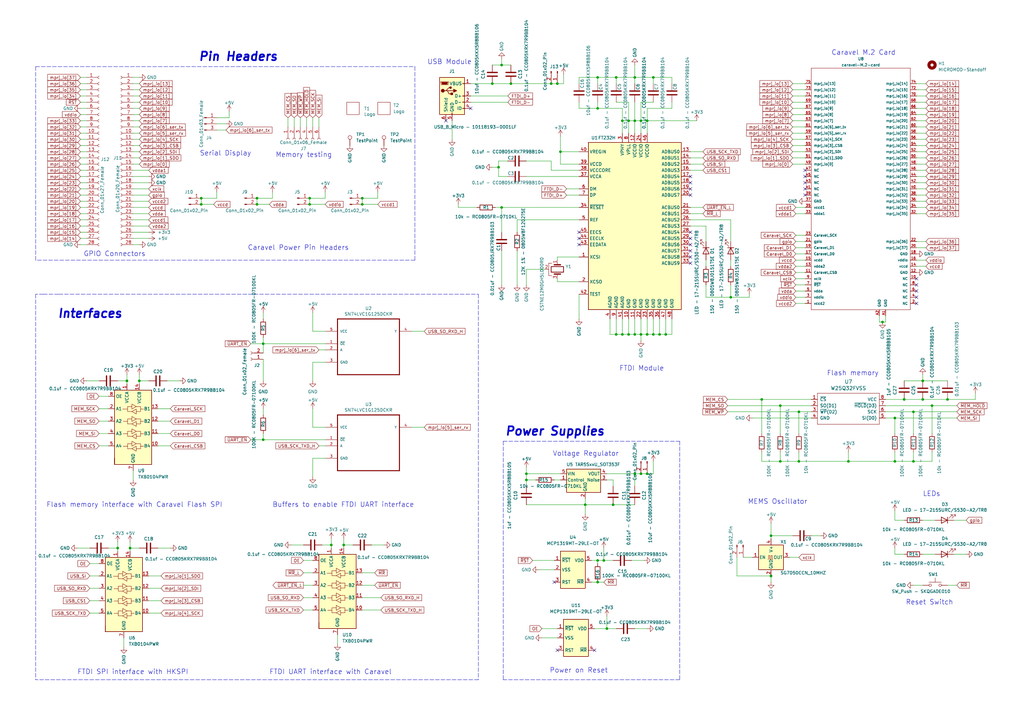
<source format=kicad_sch>
(kicad_sch (version 20230121) (generator eeschema)
  (paper "A3")
  (junction (at 374.65 189.23))
  (junction (at 316.23 219.71))
  (junction (at 361.95 132.08))
  (junction (at 215.9 194.31))
  (junction (at 260.35 194.31))
  (junction (at 53.34 224.79))
  (junction (at 251.46 207.01))
  (junction (at 388.62 163.83))
  (junction (at 82.55 81.28))
  (junction (at 273.05 137.16))
  (junction (at 316.23 236.22))
  (junction (at 260.35 31.75))
  (junction (at 260.35 137.16))
  (junction (at 367.03 171.45))
  (junction (at 52.07 156.21))
  (junction (at 378.46 156.21))
  (junction (at 205.74 85.09))
  (junction (at 140.97 223.52))
  (junction (at 245.11 31.75))
  (junction (at 367.03 189.23))
  (junction (at 327.66 189.23))
  (junction (at 105.41 83.82))
  (junction (at 374.65 168.91))
  (junction (at 247.65 229.87))
  (junction (at 260.35 49.53))
  (junction (at 148.59 81.28))
  (junction (at 312.42 163.83))
  (junction (at 127 81.28))
  (junction (at 107.95 180.34))
  (junction (at 209.55 34.29))
  (junction (at 299.72 121.92))
  (junction (at 267.97 137.16))
  (junction (at 252.73 137.16))
  (junction (at 245.11 229.87))
  (junction (at 252.73 31.75))
  (junction (at 347.98 189.23))
  (junction (at 48.26 224.79))
  (junction (at 262.89 137.16))
  (junction (at 382.27 166.37))
  (junction (at 262.89 49.53))
  (junction (at 229.87 62.23))
  (junction (at 262.89 194.31))
  (junction (at 204.47 68.58))
  (junction (at 105.41 81.28))
  (junction (at 135.89 223.52))
  (junction (at 245.11 44.45))
  (junction (at 370.84 163.83))
  (junction (at 82.55 83.82))
  (junction (at 148.59 83.82))
  (junction (at 265.43 137.16))
  (junction (at 257.81 137.16))
  (junction (at 327.66 168.91))
  (junction (at 248.92 257.81))
  (junction (at 265.43 49.53))
  (junction (at 245.11 238.76))
  (junction (at 57.15 156.21))
  (junction (at 255.27 49.53))
  (junction (at 215.9 196.85))
  (junction (at 226.06 34.29))
  (junction (at 201.93 34.29))
  (junction (at 265.43 194.31))
  (junction (at 240.03 207.01))
  (junction (at 127 83.82))
  (junction (at 107.95 140.97))
  (junction (at 320.04 166.37))
  (junction (at 228.6 34.29))
  (junction (at 270.51 137.16))
  (junction (at 378.46 163.83))
  (junction (at 255.27 137.16))
  (junction (at 320.04 189.23))
  (junction (at 205.74 26.67))
  (junction (at 267.97 31.75))
  (junction (at 257.81 49.53))
  (no_connect (at 330.2 77.47))
  (no_connect (at 283.21 80.01))
  (no_connect (at 283.21 74.93))
  (no_connect (at 330.2 69.85))
  (no_connect (at 237.49 100.33))
  (no_connect (at 237.49 95.25))
  (no_connect (at 237.49 97.79))
  (no_connect (at 283.21 72.39))
  (no_connect (at 283.21 77.47))
  (no_connect (at 330.2 72.39))
  (no_connect (at 243.84 266.7))
  (no_connect (at 182.88 49.53))
  (no_connect (at 193.04 44.45))
  (no_connect (at 375.92 119.38))
  (no_connect (at 283.21 105.41))
  (no_connect (at 375.92 124.46))
  (no_connect (at 227.33 238.76))
  (no_connect (at 375.92 121.92))
  (no_connect (at 228.6 266.7))
  (no_connect (at 283.21 100.33))
  (no_connect (at 330.2 80.01))
  (no_connect (at 283.21 97.79))
  (no_connect (at 283.21 102.87))
  (no_connect (at 375.92 114.3))
  (no_connect (at 330.2 74.93))
  (no_connect (at 375.92 116.84))
  (no_connect (at 283.21 107.95))
  (no_connect (at 283.21 95.25))
  (wire (pts (xy 187.96 85.09) (xy 195.58 85.09)))
  (wire (pts (xy 204.47 68.58) (xy 204.47 66.04)))
  (wire (pts (xy 379.73 87.63) (xy 375.92 87.63)))
  (wire (pts (xy 57.15 64.77) (xy 54.61 64.77)))
  (wire (pts (xy 228.6 114.3) (xy 228.6 115.57)))
  (wire (pts (xy 243.84 257.81) (xy 248.92 257.81)))
  (wire (pts (xy 391.16 227.33) (xy 396.24 227.33)))
  (wire (pts (xy 133.35 135.89) (xy 128.27 135.89)))
  (wire (pts (xy 363.22 166.37) (xy 382.27 166.37)))
  (wire (pts (xy 33.02 77.47) (xy 35.56 77.47)))
  (wire (pts (xy 215.9 194.31) (xy 215.9 196.85)))
  (wire (pts (xy 260.35 194.31) (xy 260.35 199.39)))
  (wire (pts (xy 320.04 166.37) (xy 320.04 177.8)))
  (wire (pts (xy 40.64 156.21) (xy 35.56 156.21)))
  (wire (pts (xy 205.74 85.09) (xy 237.49 85.09)))
  (wire (pts (xy 250.19 137.16) (xy 252.73 137.16)))
  (wire (pts (xy 330.2 52.07) (xy 325.12 52.07)))
  (wire (pts (xy 242.57 229.87) (xy 245.11 229.87)))
  (wire (pts (xy 330.2 114.3) (xy 326.39 114.3)))
  (wire (pts (xy 378.46 156.21) (xy 388.62 156.21)))
  (wire (pts (xy 242.57 238.76) (xy 245.11 238.76)))
  (wire (pts (xy 35.56 62.23) (xy 33.02 62.23)))
  (wire (pts (xy 255.27 137.16) (xy 257.81 137.16)))
  (wire (pts (xy 265.43 54.61) (xy 265.43 49.53)))
  (wire (pts (xy 68.58 156.21) (xy 73.66 156.21)))
  (wire (pts (xy 229.87 67.31) (xy 237.49 67.31)))
  (wire (pts (xy 124.46 229.87) (xy 128.27 229.87)))
  (wire (pts (xy 275.59 31.75) (xy 275.59 34.29)))
  (wire (pts (xy 107.95 130.81) (xy 107.95 128.27)))
  (wire (pts (xy 105.41 83.82) (xy 110.49 83.82)))
  (wire (pts (xy 330.2 67.31) (xy 325.12 67.31)))
  (wire (pts (xy 265.43 49.53) (xy 265.43 44.45)))
  (wire (pts (xy 379.73 99.06) (xy 375.92 99.06)))
  (wire (pts (xy 201.93 34.29) (xy 209.55 34.29)))
  (wire (pts (xy 275.59 137.16) (xy 273.05 137.16)))
  (wire (pts (xy 320.04 185.42) (xy 320.04 189.23)))
  (wire (pts (xy 330.2 85.09) (xy 326.39 85.09)))
  (wire (pts (xy 107.95 156.21) (xy 107.95 147.32)))
  (wire (pts (xy 35.56 57.15) (xy 33.02 57.15)))
  (wire (pts (xy 60.96 69.85) (xy 54.61 69.85)))
  (wire (pts (xy 330.2 116.84) (xy 326.39 116.84)))
  (wire (pts (xy 53.34 222.25) (xy 53.34 224.79)))
  (wire (pts (xy 229.87 62.23) (xy 237.49 62.23)))
  (wire (pts (xy 379.73 59.69) (xy 375.92 59.69)))
  (wire (pts (xy 215.9 66.04) (xy 226.06 66.04)))
  (wire (pts (xy 378.46 153.67) (xy 378.46 156.21)))
  (wire (pts (xy 363.22 129.54) (xy 363.22 132.08)))
  (wire (pts (xy 57.15 153.67) (xy 57.15 156.21)))
  (wire (pts (xy 227.33 196.85) (xy 229.87 196.85)))
  (wire (pts (xy 193.04 34.29) (xy 201.93 34.29)))
  (wire (pts (xy 251.46 207.01) (xy 260.35 207.01)))
  (wire (pts (xy 316.23 220.98) (xy 316.23 219.71)))
  (wire (pts (xy 35.56 72.39) (xy 33.02 72.39)))
  (wire (pts (xy 260.35 194.31) (xy 262.89 194.31)))
  (polyline (pts (xy 170.18 106.68) (xy 14.605 106.68)) (stroke (width 0) (type dash)))
  (wire (pts (xy 299.72 90.17) (xy 283.21 90.17)))
  (wire (pts (xy 312.42 163.83) (xy 312.42 177.8)))
  (polyline (pts (xy 196.215 278.765) (xy 14.605 278.765)) (stroke (width 0) (type dash)))
  (wire (pts (xy 330.2 64.77) (xy 325.12 64.77)))
  (wire (pts (xy 391.16 213.36) (xy 396.24 213.36)))
  (wire (pts (xy 124.46 234.95) (xy 128.27 234.95)))
  (wire (pts (xy 255.27 44.45) (xy 245.11 44.45)))
  (wire (pts (xy 267.97 31.75) (xy 267.97 34.29)))
  (wire (pts (xy 57.15 39.37) (xy 54.61 39.37)))
  (wire (pts (xy 82.55 83.82) (xy 82.55 81.28)))
  (wire (pts (xy 330.2 119.38) (xy 326.39 119.38)))
  (wire (pts (xy 267.97 130.81) (xy 267.97 137.16)))
  (wire (pts (xy 120.65 52.07) (xy 120.65 48.26)))
  (wire (pts (xy 379.73 72.39) (xy 375.92 72.39)))
  (wire (pts (xy 60.96 77.47) (xy 54.61 77.47)))
  (wire (pts (xy 260.35 137.16) (xy 262.89 137.16)))
  (wire (pts (xy 215.9 196.85) (xy 219.71 196.85)))
  (wire (pts (xy 379.73 77.47) (xy 375.92 77.47)))
  (wire (pts (xy 33.02 95.25) (xy 35.56 95.25)))
  (polyline (pts (xy 206.375 180.975) (xy 278.765 180.975)) (stroke (width 0) (type dash)))
  (wire (pts (xy 240.03 207.01) (xy 240.03 210.82)))
  (wire (pts (xy 270.51 137.16) (xy 267.97 137.16)))
  (wire (pts (xy 262.89 41.91) (xy 267.97 41.91)))
  (wire (pts (xy 35.56 52.07) (xy 33.02 52.07)))
  (wire (pts (xy 128.27 195.58) (xy 128.27 187.96)))
  (polyline (pts (xy 14.605 27.305) (xy 170.18 27.305)) (stroke (width 0) (type dash)))
  (wire (pts (xy 48.26 156.21) (xy 52.07 156.21)))
  (wire (pts (xy 257.81 41.91) (xy 252.73 41.91)))
  (wire (pts (xy 215.9 110.49) (xy 223.52 110.49)))
  (wire (pts (xy 248.92 257.81) (xy 248.92 252.73)))
  (wire (pts (xy 298.45 163.83) (xy 312.42 163.83)))
  (wire (pts (xy 316.23 219.71) (xy 316.23 214.63)))
  (wire (pts (xy 382.27 189.23) (xy 382.27 185.42)))
  (wire (pts (xy 304.8 228.6) (xy 308.61 228.6)))
  (wire (pts (xy 262.89 194.31) (xy 265.43 194.31)))
  (wire (pts (xy 205.74 102.87) (xy 205.74 116.84)))
  (wire (pts (xy 57.15 156.21) (xy 57.15 157.48)))
  (wire (pts (xy 57.15 62.23) (xy 54.61 62.23)))
  (wire (pts (xy 259.08 229.87) (xy 264.16 229.87)))
  (wire (pts (xy 265.43 44.45) (xy 275.59 44.45)))
  (wire (pts (xy 52.07 153.67) (xy 52.07 156.21)))
  (wire (pts (xy 226.06 69.85) (xy 237.49 69.85)))
  (wire (pts (xy 205.74 24.13) (xy 205.74 26.67)))
  (wire (pts (xy 105.41 81.28) (xy 111.76 81.28)))
  (wire (pts (xy 54.61 87.63) (xy 60.96 87.63)))
  (wire (pts (xy 209.55 34.29) (xy 226.06 34.29)))
  (wire (pts (xy 128.27 128.27) (xy 128.27 135.89)))
  (wire (pts (xy 128.27 148.59) (xy 133.35 148.59)))
  (wire (pts (xy 35.56 67.31) (xy 33.02 67.31)))
  (wire (pts (xy 245.11 238.76) (xy 247.65 238.76)))
  (wire (pts (xy 123.19 52.07) (xy 123.19 48.26)))
  (wire (pts (xy 57.15 41.91) (xy 54.61 41.91)))
  (wire (pts (xy 35.56 41.91) (xy 33.02 41.91)))
  (wire (pts (xy 270.51 130.81) (xy 270.51 137.16)))
  (wire (pts (xy 148.59 234.95) (xy 153.67 234.95)))
  (wire (pts (xy 88.9 48.26) (xy 93.98 48.26)))
  (wire (pts (xy 379.73 41.91) (xy 375.92 41.91)))
  (wire (pts (xy 379.73 54.61) (xy 375.92 54.61)))
  (wire (pts (xy 54.61 90.17) (xy 60.96 90.17)))
  (wire (pts (xy 260.35 49.53) (xy 260.35 41.91)))
  (wire (pts (xy 60.96 97.79) (xy 54.61 97.79)))
  (wire (pts (xy 64.77 172.72) (xy 69.85 172.72)))
  (wire (pts (xy 367.03 224.79) (xy 367.03 227.33)))
  (wire (pts (xy 382.27 166.37) (xy 392.43 166.37)))
  (wire (pts (xy 44.45 224.79) (xy 48.26 224.79)))
  (wire (pts (xy 36.83 231.14) (xy 40.64 231.14)))
  (wire (pts (xy 60.96 236.22) (xy 66.04 236.22)))
  (wire (pts (xy 330.2 101.6) (xy 326.39 101.6)))
  (wire (pts (xy 330.2 46.99) (xy 325.12 46.99)))
  (wire (pts (xy 36.83 251.46) (xy 40.64 251.46)))
  (wire (pts (xy 60.96 156.21) (xy 57.15 156.21)))
  (wire (pts (xy 133.35 175.26) (xy 128.27 175.26)))
  (wire (pts (xy 379.73 85.09) (xy 375.92 85.09)))
  (wire (pts (xy 275.59 44.45) (xy 275.59 41.91)))
  (wire (pts (xy 289.56 116.84) (xy 289.56 121.92)))
  (wire (pts (xy 33.02 87.63) (xy 35.56 87.63)))
  (wire (pts (xy 367.03 189.23) (xy 374.65 189.23)))
  (wire (pts (xy 57.15 34.29) (xy 54.61 34.29)))
  (wire (pts (xy 60.96 241.3) (xy 66.04 241.3)))
  (wire (pts (xy 54.61 85.09) (xy 60.96 85.09)))
  (wire (pts (xy 220.98 233.68) (xy 227.33 233.68)))
  (wire (pts (xy 312.42 189.23) (xy 320.04 189.23)))
  (wire (pts (xy 93.98 45.72) (xy 93.98 48.26)))
  (wire (pts (xy 237.49 34.29) (xy 237.49 31.75)))
  (polyline (pts (xy 17.78 120.65) (xy 24.13 120.65)) (stroke (width 0) (type dash)))
  (wire (pts (xy 133.35 180.34) (xy 107.95 180.34)))
  (wire (pts (xy 130.81 143.51) (xy 133.35 143.51)))
  (wire (pts (xy 245.11 44.45) (xy 245.11 41.91)))
  (wire (pts (xy 107.95 144.78) (xy 107.95 140.97)))
  (wire (pts (xy 215.9 196.85) (xy 215.9 199.39)))
  (wire (pts (xy 60.96 74.93) (xy 54.61 74.93)))
  (wire (pts (xy 35.56 74.93) (xy 33.02 74.93)))
  (wire (pts (xy 105.41 83.82) (xy 105.41 81.28)))
  (wire (pts (xy 379.73 82.55) (xy 375.92 82.55)))
  (wire (pts (xy 107.95 140.97) (xy 102.87 140.97)))
  (polyline (pts (xy 170.18 27.305) (xy 170.18 106.68)) (stroke (width 0) (type dash)))
  (wire (pts (xy 330.2 111.76) (xy 326.39 111.76)))
  (wire (pts (xy 187.96 83.82) (xy 187.96 85.09)))
  (wire (pts (xy 53.34 224.79) (xy 53.34 226.06)))
  (wire (pts (xy 260.35 54.61) (xy 260.35 49.53)))
  (wire (pts (xy 379.73 34.29) (xy 375.92 34.29)))
  (wire (pts (xy 245.11 229.87) (xy 245.11 231.14)))
  (wire (pts (xy 135.89 220.98) (xy 135.89 223.52)))
  (wire (pts (xy 307.34 120.65) (xy 307.34 121.92)))
  (wire (pts (xy 289.56 109.22) (xy 289.56 106.68)))
  (wire (pts (xy 374.65 168.91) (xy 392.43 168.91)))
  (wire (pts (xy 312.42 189.23) (xy 312.42 185.42)))
  (wire (pts (xy 382.27 166.37) (xy 382.27 177.8)))
  (wire (pts (xy 370.84 156.21) (xy 378.46 156.21)))
  (wire (pts (xy 260.35 257.81) (xy 265.43 257.81)))
  (wire (pts (xy 252.73 130.81) (xy 252.73 137.16)))
  (wire (pts (xy 388.62 240.03) (xy 392.43 240.03)))
  (wire (pts (xy 48.26 224.79) (xy 48.26 226.06)))
  (wire (pts (xy 57.15 49.53) (xy 54.61 49.53)))
  (wire (pts (xy 330.2 99.06) (xy 326.39 99.06)))
  (wire (pts (xy 57.15 36.83) (xy 54.61 36.83)))
  (wire (pts (xy 379.73 106.68) (xy 375.92 106.68)))
  (wire (pts (xy 138.43 260.35) (xy 138.43 264.16)))
  (wire (pts (xy 218.44 229.87) (xy 227.33 229.87)))
  (wire (pts (xy 60.96 80.01) (xy 54.61 80.01)))
  (wire (pts (xy 267.97 189.23) (xy 267.97 194.31)))
  (wire (pts (xy 378.46 163.83) (xy 388.62 163.83)))
  (wire (pts (xy 379.73 57.15) (xy 375.92 57.15)))
  (wire (pts (xy 245.11 229.87) (xy 247.65 229.87)))
  (wire (pts (xy 330.2 124.46) (xy 326.39 124.46)))
  (wire (pts (xy 330.2 34.29) (xy 325.12 34.29)))
  (wire (pts (xy 125.73 52.07) (xy 125.73 48.26)))
  (wire (pts (xy 347.98 189.23) (xy 367.03 189.23)))
  (wire (pts (xy 130.81 182.88) (xy 133.35 182.88)))
  (wire (pts (xy 379.73 80.01) (xy 375.92 80.01)))
  (wire (pts (xy 111.76 81.28) (xy 111.76 78.74)))
  (wire (pts (xy 247.65 229.87) (xy 247.65 224.79)))
  (wire (pts (xy 57.15 224.79) (xy 53.34 224.79)))
  (polyline (pts (xy 24.13 120.65) (xy 196.215 120.65)) (stroke (width 0) (type dash)))
  (wire (pts (xy 154.94 83.82) (xy 148.59 83.82)))
  (wire (pts (xy 247.65 229.87) (xy 251.46 229.87)))
  (wire (pts (xy 54.61 31.75) (xy 57.15 31.75)))
  (wire (pts (xy 127 83.82) (xy 127 81.28)))
  (wire (pts (xy 273.05 137.16) (xy 270.51 137.16)))
  (wire (pts (xy 33.02 82.55) (xy 35.56 82.55)))
  (wire (pts (xy 33.02 92.71) (xy 35.56 92.71)))
  (wire (pts (xy 168.91 175.26) (xy 173.99 175.26)))
  (wire (pts (xy 215.9 72.39) (xy 237.49 72.39)))
  (wire (pts (xy 299.72 90.17) (xy 299.72 99.06)))
  (wire (pts (xy 262.89 54.61) (xy 262.89 49.53)))
  (wire (pts (xy 148.59 83.82) (xy 148.59 81.28)))
  (wire (pts (xy 260.35 130.81) (xy 260.35 137.16)))
  (wire (pts (xy 265.43 137.16) (xy 262.89 137.16)))
  (wire (pts (xy 299.72 109.22) (xy 299.72 106.68)))
  (wire (pts (xy 248.92 196.85) (xy 251.46 196.85)))
  (wire (pts (xy 265.43 49.53) (xy 285.75 49.53)))
  (wire (pts (xy 118.11 52.07) (xy 118.11 48.26)))
  (wire (pts (xy 222.25 261.62) (xy 228.6 261.62)))
  (wire (pts (xy 148.59 81.28) (xy 154.94 81.28)))
  (wire (pts (xy 248.92 257.81) (xy 252.73 257.81)))
  (wire (pts (xy 50.8 261.62) (xy 50.8 265.43)))
  (wire (pts (xy 64.77 177.8) (xy 69.85 177.8)))
  (wire (pts (xy 252.73 31.75) (xy 260.35 31.75)))
  (wire (pts (xy 35.56 44.45) (xy 33.02 44.45)))
  (wire (pts (xy 229.87 55.88) (xy 229.87 62.23)))
  (wire (pts (xy 229.87 62.23) (xy 229.87 67.31)))
  (wire (pts (xy 60.96 72.39) (xy 54.61 72.39)))
  (wire (pts (xy 124.46 240.03) (xy 128.27 240.03)))
  (wire (pts (xy 273.05 130.81) (xy 273.05 137.16)))
  (wire (pts (xy 330.2 57.15) (xy 325.12 57.15)))
  (wire (pts (xy 64.77 182.88) (xy 69.85 182.88)))
  (wire (pts (xy 168.91 135.89) (xy 173.99 135.89)))
  (wire (pts (xy 204.47 72.39) (xy 208.28 72.39)))
  (wire (pts (xy 379.73 69.85) (xy 375.92 69.85)))
  (wire (pts (xy 260.35 49.53) (xy 262.89 49.53)))
  (wire (pts (xy 35.56 49.53) (xy 33.02 49.53)))
  (wire (pts (xy 347.98 185.42) (xy 347.98 189.23)))
  (wire (pts (xy 205.74 26.67) (xy 209.55 26.67)))
  (wire (pts (xy 251.46 196.85) (xy 251.46 199.39)))
  (polyline (pts (xy 196.215 120.65) (xy 196.215 278.765)) (stroke (width 0) (type dash)))
  (wire (pts (xy 262.89 130.81) (xy 262.89 137.16)))
  (wire (pts (xy 252.73 31.75) (xy 245.11 31.75)))
  (wire (pts (xy 140.97 220.98) (xy 140.97 223.52)))
  (wire (pts (xy 267.97 31.75) (xy 275.59 31.75)))
  (wire (pts (xy 379.73 74.93) (xy 375.92 74.93)))
  (wire (pts (xy 54.61 95.25) (xy 60.96 95.25)))
  (wire (pts (xy 257.81 137.16) (xy 260.35 137.16)))
  (wire (pts (xy 330.2 96.52) (xy 326.39 96.52)))
  (wire (pts (xy 379.73 67.31) (xy 375.92 67.31)))
  (wire (pts (xy 363.22 163.83) (xy 370.84 163.83)))
  (wire (pts (xy 257.81 49.53) (xy 260.35 49.53)))
  (wire (pts (xy 367.03 171.45) (xy 392.43 171.45)))
  (wire (pts (xy 316.23 238.76) (xy 316.23 236.22)))
  (wire (pts (xy 33.02 97.79) (xy 35.56 97.79)))
  (wire (pts (xy 275.59 130.81) (xy 275.59 137.16)))
  (wire (pts (xy 250.19 130.81) (xy 250.19 137.16)))
  (wire (pts (xy 226.06 34.29) (xy 228.6 34.29)))
  (wire (pts (xy 54.61 82.55) (xy 60.96 82.55)))
  (wire (pts (xy 260.35 31.75) (xy 267.97 31.75)))
  (wire (pts (xy 212.09 95.25) (xy 212.09 90.17)))
  (wire (pts (xy 57.15 46.99) (xy 54.61 46.99)))
  (wire (pts (xy 255.27 130.81) (xy 255.27 137.16)))
  (wire (pts (xy 240.03 207.01) (xy 251.46 207.01)))
  (wire (pts (xy 330.2 104.14) (xy 326.39 104.14)))
  (wire (pts (xy 128.27 156.21) (xy 128.27 148.59)))
  (wire (pts (xy 360.68 129.54) (xy 360.68 132.08)))
  (wire (pts (xy 36.83 236.22) (xy 40.64 236.22)))
  (wire (pts (xy 35.56 69.85) (xy 33.02 69.85)))
  (wire (pts (xy 327.66 189.23) (xy 347.98 189.23)))
  (wire (pts (xy 327.66 168.91) (xy 327.66 177.8)))
  (polyline (pts (xy 278.765 180.975) (xy 278.765 278.765)) (stroke (width 0) (type dash)))
  (wire (pts (xy 35.56 34.29) (xy 33.02 34.29)))
  (wire (pts (xy 212.09 102.87) (xy 212.09 116.84)))
  (wire (pts (xy 36.83 246.38) (xy 40.64 246.38)))
  (wire (pts (xy 330.2 109.22) (xy 326.39 109.22)))
  (wire (pts (xy 330.2 41.91) (xy 325.12 41.91)))
  (wire (pts (xy 48.26 222.25) (xy 48.26 224.79)))
  (wire (pts (xy 35.56 100.33) (xy 33.02 100.33)))
  (wire (pts (xy 302.26 228.6) (xy 302.26 236.22)))
  (wire (pts (xy 133.35 81.28) (xy 133.35 78.74)))
  (wire (pts (xy 388.62 163.83) (xy 400.05 163.83)))
  (wire (pts (xy 57.15 52.07) (xy 54.61 52.07)))
  (polyline (pts (xy 278.765 278.765) (xy 206.375 278.765)) (stroke (width 0) (type dash)))
  (wire (pts (xy 262.89 49.53) (xy 265.43 49.53)))
  (wire (pts (xy 35.56 54.61) (xy 33.02 54.61)))
  (wire (pts (xy 370.84 163.83) (xy 378.46 163.83)))
  (wire (pts (xy 205.74 95.25) (xy 205.74 85.09)))
  (wire (pts (xy 330.2 106.68) (xy 326.39 106.68)))
  (wire (pts (xy 135.89 223.52) (xy 135.89 224.79)))
  (wire (pts (xy 379.73 46.99) (xy 375.92 46.99)))
  (wire (pts (xy 260.35 34.29) (xy 260.35 31.75)))
  (wire (pts (xy 57.15 67.31) (xy 54.61 67.31)))
  (wire (pts (xy 33.02 90.17) (xy 35.56 90.17)))
  (wire (pts (xy 255.27 49.53) (xy 257.81 49.53)))
  (wire (pts (xy 88.9 81.28) (xy 88.9 78.74)))
  (wire (pts (xy 107.95 180.34) (xy 102.87 180.34)))
  (wire (pts (xy 360.68 132.08) (xy 361.95 132.08)))
  (wire (pts (xy 132.08 223.52) (xy 135.89 223.52)))
  (wire (pts (xy 215.9 191.77) (xy 215.9 194.31)))
  (wire (pts (xy 379.73 44.45) (xy 375.92 44.45)))
  (wire (pts (xy 212.09 90.17) (xy 237.49 90.17)))
  (wire (pts (xy 231.14 30.48) (xy 231.14 34.29)))
  (wire (pts (xy 185.42 49.53) (xy 185.42 57.15)))
  (wire (pts (xy 54.61 193.04) (xy 54.61 196.85)))
  (wire (pts (xy 312.42 163.83) (xy 332.74 163.83)))
  (wire (pts (xy 228.6 34.29) (xy 231.14 34.29)))
  (wire (pts (xy 222.25 257.81) (xy 228.6 257.81)))
  (wire (pts (xy 379.73 109.22) (xy 375.92 109.22)))
  (wire (pts (xy 107.95 138.43) (xy 107.95 140.97)))
  (wire (pts (xy 299.72 121.92) (xy 307.34 121.92)))
  (wire (pts (xy 330.2 39.37) (xy 325.12 39.37)))
  (wire (pts (xy 88.9 50.8) (xy 92.71 50.8)))
  (wire (pts (xy 40.64 167.64) (xy 44.45 167.64)))
  (wire (pts (xy 332.74 219.71) (xy 336.55 219.71)))
  (wire (pts (xy 367.03 171.45) (xy 367.03 177.8)))
  (wire (pts (xy 204.47 66.04) (xy 208.28 66.04)))
  (wire (pts (xy 54.61 100.33) (xy 57.15 100.33)))
  (wire (pts (xy 257.81 49.53) (xy 257.81 41.91)))
  (polyline (pts (xy 14.605 27.305) (xy 14.605 106.68)) (stroke (width 0) (type dash)))
  (wire (pts (xy 363.22 168.91) (xy 374.65 168.91)))
  (wire (pts (xy 257.81 54.61) (xy 257.81 49.53)))
  (wire (pts (xy 289.56 121.92) (xy 299.72 121.92)))
  (wire (pts (xy 374.65 240.03) (xy 378.46 240.03)))
  (wire (pts (xy 124.46 245.11) (xy 128.27 245.11)))
  (wire (pts (xy 232.41 77.47) (xy 237.49 77.47)))
  (wire (pts (xy 400.05 161.29) (xy 400.05 163.83)))
  (wire (pts (xy 283.21 85.09) (xy 288.29 85.09)))
  (wire (pts (xy 330.2 44.45) (xy 325.12 44.45)))
  (wire (pts (xy 128.27 187.96) (xy 133.35 187.96)))
  (wire (pts (xy 82.55 83.82) (xy 87.63 83.82)))
  (wire (pts (xy 88.9 53.34) (xy 92.71 53.34)))
  (wire (pts (xy 35.56 46.99) (xy 33.02 46.99)))
  (wire (pts (xy 257.81 130.81) (xy 257.81 137.16)))
  (wire (pts (xy 57.15 54.61) (xy 54.61 54.61)))
  (wire (pts (xy 201.93 68.58) (xy 204.47 68.58)))
  (wire (pts (xy 148.59 245.11) (xy 156.21 245.11)))
  (wire (pts (xy 40.64 182.88) (xy 44.45 182.88)))
  (wire (pts (xy 283.21 69.85) (xy 288.29 69.85)))
  (wire (pts (xy 379.73 101.6) (xy 375.92 101.6)))
  (wire (pts (xy 54.61 92.71) (xy 60.96 92.71)))
  (wire (pts (xy 283.21 67.31) (xy 288.29 67.31)))
  (wire (pts (xy 57.15 57.15) (xy 54.61 57.15)))
  (wire (pts (xy 228.6 115.57) (xy 237.49 115.57)))
  (wire (pts (xy 35.56 36.83) (xy 33.02 36.83)))
  (wire (pts (xy 193.04 41.91) (xy 208.28 41.91)))
  (wire (pts (xy 252.73 137.16) (xy 255.27 137.16)))
  (wire (pts (xy 133.35 83.82) (xy 127 83.82)))
  (wire (pts (xy 64.77 224.79) (xy 69.85 224.79)))
  (wire (pts (xy 82.55 81.28) (xy 88.9 81.28)))
  (wire (pts (xy 127 81.28) (xy 133.35 81.28)))
  (wire (pts (xy 379.73 36.83) (xy 375.92 36.83)))
  (wire (pts (xy 228.6 106.68) (xy 228.6 105.41)))
  (wire (pts (xy 379.73 49.53) (xy 375.92 49.53)))
  (wire (pts (xy 215.9 207.01) (xy 240.03 207.01)))
  (wire (pts (xy 130.81 52.07) (xy 130.81 48.26)))
  (wire (pts (xy 226.06 66.04) (xy 226.06 69.85)))
  (wire (pts (xy 260.35 31.75) (xy 260.35 26.67)))
  (wire (pts (xy 128.27 52.07) (xy 128.27 48.26)))
  (wire (pts (xy 33.02 85.09) (xy 35.56 85.09)))
  (wire (pts (xy 320.04 166.37) (xy 332.74 166.37)))
  (wire (pts (xy 289.56 92.71) (xy 289.56 99.06)))
  (wire (pts (xy 283.21 87.63) (xy 288.29 87.63)))
  (wire (pts (xy 367.03 227.33) (xy 370.84 227.33)))
  (wire (pts (xy 40.64 177.8) (xy 44.45 177.8)))
  (wire (pts (xy 60.96 251.46) (xy 66.04 251.46)))
  (wire (pts (xy 374.65 189.23) (xy 382.27 189.23)))
  (wire (pts (xy 128.27 167.64) (xy 128.27 175.26)))
  (wire (pts (xy 330.2 49.53) (xy 325.12 49.53)))
  (wire (pts (xy 316.23 219.71) (xy 325.12 219.71)))
  (wire (pts (xy 265.43 194.31) (xy 267.97 194.31)))
  (wire (pts (xy 283.21 64.77) (xy 288.29 64.77)))
  (wire (pts (xy 308.61 171.45) (xy 332.74 171.45)))
  (wire (pts (xy 144.78 223.52) (xy 140.97 223.52)))
  (wire (pts (xy 57.15 44.45) (xy 54.61 44.45)))
  (wire (pts (xy 35.56 31.75) (xy 33.02 31.75)))
  (wire (pts (xy 36.83 224.79) (xy 31.75 224.79)))
  (wire (pts (xy 267.97 137.16) (xy 265.43 137.16)))
  (wire (pts (xy 302.26 236.22) (xy 316.23 236.22)))
  (wire (pts (xy 262.89 139.7) (xy 262.89 137.16)))
  (wire (pts (xy 204.47 68.58) (xy 204.47 72.39)))
  (wire (pts (xy 327.66 168.91) (xy 332.74 168.91)))
  (wire (pts (xy 40.64 172.72) (xy 44.45 172.72)))
  (wire (pts (xy 330.2 54.61) (xy 325.12 54.61)))
  (polyline (pts (xy 206.375 180.975) (xy 206.375 278.765)) (stroke (width 0) (type dash)))
  (wire (pts (xy 379.73 39.37) (xy 375.92 39.37)))
  (wire (pts (xy 237.49 41.91) (xy 237.49 44.45)))
  (wire (pts (xy 240.03 204.47) (xy 240.03 207.01)))
  (wire (pts (xy 40.64 162.56) (xy 44.45 162.56)))
  (wire (pts (xy 330.2 62.23) (xy 325.12 62.23)))
  (wire (pts (xy 374.65 185.42) (xy 374.65 189.23)))
  (wire (pts (xy 107.95 177.8) (xy 107.95 180.34)))
  (wire (pts (xy 367.03 209.55) (xy 367.03 213.36)))
  (wire (pts (xy 248.92 194.31) (xy 260.35 194.31)))
  (wire (pts (xy 124.46 250.19) (xy 128.27 250.19)))
  (wire (pts (xy 140.97 223.52) (xy 140.97 224.79)))
  (wire (pts (xy 379.73 62.23) (xy 375.92 62.23)))
  (wire (pts (xy 148.59 240.03) (xy 153.67 240.03)))
  (wire (pts (xy 298.45 168.91) (xy 327.66 168.91)))
  (wire (pts (xy 60.96 246.38) (xy 66.04 246.38)))
  (wire (pts (xy 262.89 49.53) (xy 262.89 41.91)))
  (wire (pts (xy 330.2 36.83) (xy 325.12 36.83)))
  (wire (pts (xy 237.49 31.75) (xy 245.11 31.75)))
  (wire (pts (xy 35.56 39.37) (xy 33.02 39.37)))
  (wire (pts (xy 107.95 170.18) (xy 107.95 167.64)))
  (wire (pts (xy 363.22 171.45) (xy 367.03 171.45)))
  (wire (pts (xy 255.27 49.53) (xy 255.27 54.61)))
  (wire (pts (xy 133.35 140.97) (xy 107.95 140.97)))
  (wire (pts (xy 193.04 39.37) (xy 208.28 39.37)))
  (wire (pts (xy 203.2 85.09) (xy 205.74 85.09)))
  (wire (pts (xy 52.07 156.21) (xy 52.07 157.48)))
  (wire (pts (xy 378.46 213.36) (xy 383.54 213.36)))
  (wire (pts (xy 367.03 213.36) (xy 370.84 213.36)))
  (wire (pts (xy 228.6 105.41) (xy 237.49 105.41)))
  (wire (pts (xy 378.46 227.33) (xy 383.54 227.33)))
  (wire (pts (xy 35.56 64.77) (xy 33.02 64.77)))
  (wire (pts (xy 215.9 116.84) (xy 215.9 110.49)))
  (wire (pts (xy 330.2 121.92) (xy 326.39 121.92)))
  (wire (pts (xy 379.73 64.77) (xy 375.92 64.77)))
  (wire (pts (xy 379.73 52.07) (xy 375.92 52.07)))
  (wire (pts (xy 361.95 132.08) (xy 363.22 132.08)))
  (wire (pts (xy 330.2 59.69) (xy 325.12 59.69)))
  (polyline (pts (xy 14.605 120.65) (xy 14.605 278.765)) (stroke (width 0) (type dash)))
  (wire (pts (xy 201.93 26.67) (xy 205.74 26.67)))
  (wire (pts (xy 298.45 166.37) (xy 320.04 166.37)))
  (wire (pts (xy 124.46 223.52) (xy 119.38 223.52)))
  (wire (pts (xy 374.65 168.91) (xy 374.65 177.8)))
  (wire (pts (xy 330.2 87.63) (xy 326.39 87.63)))
  (wire (pts (xy 299.72 116.84) (xy 299.72 121.92)))
  (wire (pts (xy 237.49 120.65) (xy 237.49 130.81)))
  (wire (pts (xy 245.11 31.75) (xy 245.11 34.29)))
  (wire (pts (xy 252.73 34.29) (xy 252.73 31.75)))
  (wire (pts (xy 265.43 130.81) (xy 265.43 137.16)))
  (wire (pts (xy 35.56 59.69) (xy 33.02 59.69)))
  (wire (pts (xy 154.94 81.28) (xy 154.94 78.74)))
  (wire (pts (xy 152.4 223.52) (xy 157.48 223.52)))
  (wire (pts (xy 283.21 62.23) (xy 288.29 62.23)))
  (polyline (pts (xy 17.78 120.65) (xy 14.605 120.65)) (stroke (width 0) (type dash)))
  (wire (pts (xy 57.15 59.69) (xy 54.61 59.69)))
  (wire (pts (xy 232.41 80.01) (xy 237.49 80.01)))
  (wire (pts (xy 237.49 44.45) (xy 245.11 44.45)))
  (wire (pts (xy 148.59 250.19) (xy 156.21 250.19)))
  (wire (pts (xy 255.27 44.45) (xy 255.27 49.53)))
  (wire (pts (xy 64.77 167.64) (xy 69.85 167.64)))
  (wire (pts (xy 320.04 189.23) (xy 327.66 189.23)))
  (wire (pts (xy 367.03 185.42) (xy 367.03 189.23)))
  (wire (pts (xy 33.02 80.01) (xy 35.56 80.01)))
  (wire (pts (xy 36.83 241.3) (xy 40.64 241.3)))
  (wire (pts (xy 327.66 185.42) (xy 327.66 189.23)))
  (wire (pts (xy 215.9 194.31) (xy 229.87 194.31)))
  (wire (pts (xy 323.85 228.6) (xy 327.66 228.6)))
  (wire (pts (xy 289.56 92.71) (xy 283.21 92.71)))
  (text "Serial Display" (at 81.915 64.135 0) (effects (font (size 2 2)) (justify left bottom)))
  (text "Pin Headers" (at 81.28 25.4 0) (effects (font (size 3.5 3.5) (thickness 0.7) bold italic) (justify left bottom)))
  (text "Flash memory interface with Caravel Flash SPI\n" (at 19.05 208.28 0) (effects (font (size 2 2)) (justify left bottom)))
  (text "Caravel Power Pin Headers" (at 101.6 102.87 0) (effects (font (size 2 2)) (justify left bottom)))
  (text "Caravel M.2 Card" (at 340.995 22.86 0) (effects (font (size 2 2)) (justify left bottom)))
  (text "Power on Reset" (at 225.425 276.225 0) (effects (font (size 2 2)) (justify left bottom)))
  (text "Flash memory" (at 339.09 154.305 0) (effects (font (size 2 2)) (justify left bottom)))
  (text "Memory testing" (at 113.03 64.77 0) (effects (font (size 2 2)) (justify left bottom)))
  (text "FTDI SPI interface with HKSPI\n" (at 31.75 276.86 0) (effects (font (size 2 2)) (justify left bottom)))
  (text "Interfaces" (at 23.495 130.81 0) (effects (font (size 3.5 3.5) (thickness 0.7) bold italic) (justify left bottom)))
  (text "LEDs" (at 378.46 203.835 0) (effects (font (size 2 2)) (justify left bottom)))
  (text "Voltage Regulator\n" (at 226.695 187.325 0) (effects (font (size 2 2)) (justify left bottom)))
  (text "FTDI UART interface with Caravel\n" (at 110.49 276.86 0) (effects (font (size 2 2)) (justify left bottom)))
  (text "Reset Switch" (at 371.475 248.285 0) (effects (font (size 2 2)) (justify left bottom)))
  (text "Power Supplies" (at 207.01 179.07 0) (effects (font (size 3.5 3.5) (thickness 0.7) bold italic) (justify left bottom)))
  (text "GPIO Connectors\n" (at 34.29 105.41 0) (effects (font (size 2 2)) (justify left bottom)))
  (text "FTDI Module\n\n" (at 254 155.575 0) (effects (font (size 2 2)) (justify left bottom)))
  (text "USB Module\n" (at 175.26 26.67 0) (effects (font (size 2 2)) (justify left bottom)))
  (text "MEMS Oscillator" (at 306.705 207.01 0) (effects (font (size 2 2)) (justify left bottom)))
  (text "Buffers to enable FTDI UART interface" (at 111.76 208.28 0) (effects (font (size 2 2)) (justify left bottom)))
  (global_label "mprj_io[18]" (shape input) (at 379.73 44.45 0) (property "Intersheetrefs" "${INTERSHEET_REFS}" (effects hide)))
  (global_label "~{MR}_L" (shape input) (at 124.46 234.95 180) (property "Intersheetrefs" "${INTERSHEET_REFS}" (effects hide)))
  (global_label "Caravel_D0" (shape input) (at 326.39 104.14 180) (property "Intersheetrefs" "${INTERSHEET_REFS}" (effects hide)))
  (global_label "mprj_io[9]" (shape input) (at 325.12 44.45 180) (property "Intersheetrefs" "${INTERSHEET_REFS}" (effects hide)))
  (global_label "mprj_io[36]" (shape input) (at 379.73 99.06 0) (property "Intersheetrefs" "${INTERSHEET_REFS}" (effects hide)))
  (global_label "mprj_io[9]" (shape input) (at 57.15 44.45 0) (property "Intersheetrefs" "${INTERSHEET_REFS}" (effects hide)))
  (global_label "xclk" (shape input) (at 60.96 77.47 0) (property "Intersheetrefs" "${INTERSHEET_REFS}" (effects hide)))
  (global_label "MEM_SCK" (shape input) (at 40.64 167.64 180) (property "Intersheetrefs" "${INTERSHEET_REFS}" (effects hide)))
  (global_label "mprj_io[3]_CSB" (shape input) (at 66.04 246.38 0) (property "Intersheetrefs" "${INTERSHEET_REFS}" (effects hide)))
  (global_label "MEM_SI" (shape input) (at 130.81 48.26 90) (property "Intersheetrefs" "${INTERSHEET_REFS}" (effects hide)))
  (global_label "mprj_io[2]_SDI" (shape input) (at 57.15 62.23 0) (property "Intersheetrefs" "${INTERSHEET_REFS}" (effects hide)))
  (global_label "~{MEM_WP}" (shape input) (at 123.19 48.26 90) (property "Intersheetrefs" "${INTERSHEET_REFS}" (effects hide)))
  (global_label "USB_CS1" (shape input) (at 36.83 246.38 180) (property "Intersheetrefs" "${INTERSHEET_REFS}" (effects hide)))
  (global_label "USB_SO_RXD" (shape input) (at 124.46 245.11 180) (property "Intersheetrefs" "${INTERSHEET_REFS}" (effects hide)))
  (global_label "mprj_io[33]" (shape input) (at 33.02 49.53 180) (property "Intersheetrefs" "${INTERSHEET_REFS}" (effects hide)))
  (global_label "mprj_io[22]" (shape input) (at 379.73 54.61 0) (property "Intersheetrefs" "${INTERSHEET_REFS}" (effects hide)))
  (global_label "mprj_io[35]" (shape input) (at 379.73 87.63 0) (property "Intersheetrefs" "${INTERSHEET_REFS}" (effects hide)))
  (global_label "~{MR}" (shape input) (at 153.67 234.95 0) (property "Intersheetrefs" "${INTERSHEET_REFS}" (effects hide)))
  (global_label "MEM_SCK" (shape input) (at 392.43 168.91 0) (property "Intersheetrefs" "${INTERSHEET_REFS}" (effects hide)))
  (global_label "mprj_io[29]" (shape input) (at 33.02 59.69 180) (property "Intersheetrefs" "${INTERSHEET_REFS}" (effects hide)))
  (global_label "vdda1" (shape input) (at 60.96 69.85 0) (property "Intersheetrefs" "${INTERSHEET_REFS}" (effects hide)))
  (global_label "gpio" (shape input) (at 60.96 80.01 0) (property "Intersheetrefs" "${INTERSHEET_REFS}" (effects hide)))
  (global_label "vddio" (shape input) (at 379.73 106.68 0) (property "Intersheetrefs" "${INTERSHEET_REFS}" (effects hide)))
  (global_label "~{MR}" (shape input) (at 392.43 240.03 0) (property "Intersheetrefs" "${INTERSHEET_REFS}" (effects hide)))
  (global_label "mprj_io[0]" (shape input) (at 57.15 67.31 0) (property "Intersheetrefs" "${INTERSHEET_REFS}" (effects hide)))
  (global_label "vccd2" (shape input) (at 326.39 124.46 180) (property "Intersheetrefs" "${INTERSHEET_REFS}" (effects hide)))
  (global_label "vccd1" (shape input) (at 154.94 83.82 0) (property "Intersheetrefs" "${INTERSHEET_REFS}" (effects hide)))
  (global_label "mprj_io[16]" (shape input) (at 33.02 92.71 180) (property "Intersheetrefs" "${INTERSHEET_REFS}" (effects hide)))
  (global_label "mprj_io[10]" (shape input) (at 57.15 41.91 0) (property "Intersheetrefs" "${INTERSHEET_REFS}" (effects hide)))
  (global_label "USB_SI" (shape input) (at 288.29 67.31 0) (property "Intersheetrefs" "${INTERSHEET_REFS}" (effects hide)))
  (global_label "mprj_io[32]" (shape input) (at 33.02 52.07 180) (property "Intersheetrefs" "${INTERSHEET_REFS}" (effects hide)))
  (global_label "mprj_io[37]" (shape input) (at 33.02 31.75 180) (property "Intersheetrefs" "${INTERSHEET_REFS}" (effects hide)))
  (global_label "mprj_io[19]" (shape input) (at 379.73 46.99 0) (property "Intersheetrefs" "${INTERSHEET_REFS}" (effects hide)))
  (global_label "MEM_SO" (shape input) (at 298.45 166.37 180) (property "Intersheetrefs" "${INTERSHEET_REFS}" (effects hide)))
  (global_label "FTDI_D+" (shape input) (at 208.28 39.37 0) (property "Intersheetrefs" "${INTERSHEET_REFS}" (effects hide)))
  (global_label "mprj_io[17]" (shape input) (at 379.73 41.91 0) (property "Intersheetrefs" "${INTERSHEET_REFS}" (effects hide)))
  (global_label "mprj_io[8]" (shape input) (at 57.15 46.99 0) (property "Intersheetrefs" "${INTERSHEET_REFS}" (effects hide)))
  (global_label "USB_SO_RXD_H" (shape input) (at 156.21 245.11 0) (property "Intersheetrefs" "${INTERSHEET_REFS}" (effects hide)))
  (global_label "mprj_io[11]" (shape input) (at 325.12 39.37 180) (property "Intersheetrefs" "${INTERSHEET_REFS}" (effects hide)))
  (global_label "~{UART_EN}" (shape input) (at 102.87 140.97 180) (property "Intersheetrefs" "${INTERSHEET_REFS}" (effects hide)))
  (global_label "vddio" (shape input) (at 33.02 46.99 180) (property "Intersheetrefs" "${INTERSHEET_REFS}" (effects hide)))
  (global_label "mprj_io[2]_SDI" (shape input) (at 325.12 62.23 180) (property "Intersheetrefs" "${INTERSHEET_REFS}" (effects hide)))
  (global_label "USB_SCK_TXD" (shape input) (at 124.46 250.19 180) (property "Intersheetrefs" "${INTERSHEET_REFS}" (effects hide)))
  (global_label "mprj_io[6]_ser_tx" (shape input) (at 325.12 52.07 180) (property "Intersheetrefs" "${INTERSHEET_REFS}" (effects hide)))
  (global_label "mprj_io[4]_SCK" (shape input) (at 66.04 251.46 0) (property "Intersheetrefs" "${INTERSHEET_REFS}" (effects hide)))
  (global_label "mprj_io[33]" (shape input) (at 379.73 82.55 0) (property "Intersheetrefs" "${INTERSHEET_REFS}" (effects hide)))
  (global_label "mprj_io[10]" (shape input) (at 325.12 41.91 180) (property "Intersheetrefs" "${INTERSHEET_REFS}" (effects hide)))
  (global_label "USB_SO_RXD" (shape input) (at 288.29 64.77 0) (property "Intersheetrefs" "${INTERSHEET_REFS}" (effects hide)))
  (global_label "~{UART_EN}_L" (shape output) (at 124.46 240.03 180) (property "Intersheetrefs" "${INTERSHEET_REFS}" (effects hide)))
  (global_label "USB_SCK_TXD_H" (shape input) (at 156.21 250.19 0) (property "Intersheetrefs" "${INTERSHEET_REFS}" (effects hide)))
  (global_label "~{RST}" (shape input) (at 33.02 41.91 180) (property "Intersheetrefs" "${INTERSHEET_REFS}" (effects hide)))
  (global_label "mprj_io[13]" (shape input) (at 57.15 34.29 0) (property "Intersheetrefs" "${INTERSHEET_REFS}" (effects hide)))
  (global_label "mprj_io[7]" (shape input) (at 325.12 49.53 180) (property "Intersheetrefs" "${INTERSHEET_REFS}" (effects hide)))
  (global_label "~{MR}" (shape input) (at 247.65 238.76 0) (property "Intersheetrefs" "${INTERSHEET_REFS}" (effects hide)))
  (global_label "mprj_io[31]" (shape input) (at 33.02 54.61 180) (property "Intersheetrefs" "${INTERSHEET_REFS}" (effects hide)))
  (global_label "gpio" (shape input) (at 396.24 213.36 0) (property "Intersheetrefs" "${INTERSHEET_REFS}" (effects hide)))
  (global_label "mprj_io[23]" (shape input) (at 379.73 57.15 0) (property "Intersheetrefs" "${INTERSHEET_REFS}" (effects hide)))
  (global_label "mprj_io[11]" (shape input) (at 57.15 39.37 0) (property "Intersheetrefs" "${INTERSHEET_REFS}" (effects hide)))
  (global_label "vccd" (shape input) (at 379.73 109.22 0) (property "Intersheetrefs" "${INTERSHEET_REFS}" (effects hide)))
  (global_label "vccd" (shape input) (at 87.63 83.82 0) (property "Intersheetrefs" "${INTERSHEET_REFS}" (effects hide)))
  (global_label "USB_SCK_TXD" (shape input) (at 36.83 251.46 180) (property "Intersheetrefs" "${INTERSHEET_REFS}" (effects hide)))
  (global_label "mprj_io[20]" (shape input) (at 33.02 82.55 180) (property "Intersheetrefs" "${INTERSHEET_REFS}" (effects hide)))
  (global_label "Caravel_SCK" (shape input) (at 326.39 96.52 180) (property "Intersheetrefs" "${INTERSHEET_REFS}" (effects hide)))
  (global_label "~{UART_EN}_L" (shape input) (at 288.29 85.09 0) (property "Intersheetrefs" "${INTERSHEET_REFS}" (effects hide)))
  (global_label "vddio" (shape input) (at 133.35 83.82 0) (property "Intersheetrefs" "${INTERSHEET_REFS}" (effects hide)))
  (global_label "vccd2" (shape input) (at 60.96 82.55 0) (property "Intersheetrefs" "${INTERSHEET_REFS}" (effects hide)))
  (global_label "mprj_io[12]" (shape input) (at 325.12 36.83 180) (property "Intersheetrefs" "${INTERSHEET_REFS}" (effects hide)))
  (global_label "mprj_io[0]" (shape input) (at 325.12 67.31 180) (property "Intersheetrefs" "${INTERSHEET_REFS}" (effects hide)))
  (global_label "mprj_io[5]_ser_rx" (shape input) (at 173.99 175.26 0) (property "Intersheetrefs" "${INTERSHEET_REFS}" (effects hide)))
  (global_label "mprj_io[31]" (shape input) (at 379.73 77.47 0) (property "Intersheetrefs" "${INTERSHEET_REFS}" (effects hide)))
  (global_label "mprj_io[37]" (shape input) (at 379.73 101.6 0) (property "Intersheetrefs" "${INTERSHEET_REFS}" (effects hide)))
  (global_label "mprj_io[21]" (shape input) (at 33.02 80.01 180) (property "Intersheetrefs" "${INTERSHEET_REFS}" (effects hide)))
  (global_label "vdda1" (shape input) (at 326.39 87.63 180) (property "Intersheetrefs" "${INTERSHEET_REFS}" (effects hide)))
  (global_label "mprj_io[36]" (shape input) (at 33.02 34.29 180) (property "Intersheetrefs" "${INTERSHEET_REFS}" (effects hide)))
  (global_label "~{RST}" (shape input) (at 218.44 229.87 180) (property "Intersheetrefs" "${INTERSHEET_REFS}" (effects hide)))
  (global_label "vdda" (shape input) (at 60.96 87.63 0) (property "Intersheetrefs" "${INTERSHEET_REFS}" (effects hide)))
  (global_label "FTDI_D-" (shape input) (at 208.28 41.91 0) (property "Intersheetrefs" "${INTERSHEET_REFS}" (effects hide)))
  (global_label "mprj_io[6]_ser_tx" (shape input) (at 92.71 53.34 0) (property "Intersheetrefs" "${INTERSHEET_REFS}" (effects hide)))
  (global_label "mprj_io[4]_SCK" (shape input) (at 57.15 57.15 0) (property "Intersheetrefs" "${INTERSHEET_REFS}" (effects hide)))
  (global_label "mprj_io[26]" (shape input) (at 33.02 67.31 180) (property "Intersheetrefs" "${INTERSHEET_REFS}" (effects hide)))
  (global_label "mprj_io[34]" (shape input) (at 379.73 85.09 0) (property "Intersheetrefs" "${INTERSHEET_REFS}" (effects hide)))
  (global_label "mprj_io[4]_SCK" (shape input) (at 325.12 57.15 180) (property "Intersheetrefs" "${INTERSHEET_REFS}" (effects hide)))
  (global_label "OE" (shape input) (at 124.46 229.87 180) (property "Intersheetrefs" "${INTERSHEET_REFS}" (effects hide)))
  (global_label "mprj_io[12]" (shape input) (at 57.15 36.83 0) (property "Intersheetrefs" "${INTERSHEET_REFS}" (effects hide)))
  (global_label "~{MEM_HOLD}" (shape input) (at 125.73 48.26 90) (property "Intersheetrefs" "${INTERSHEET_REFS}" (effects hide)))
  (global_label "vccd1" (shape input) (at 60.96 90.17 0) (property "Intersheetrefs" "${INTERSHEET_REFS}" (effects hide)))
  (global_label "~{MR}_L" (shape input) (at 288.29 87.63 0) (property "Intersheetrefs" "${INTERSHEET_REFS}" (effects hide)))
  (global_label "Caravel_CSB" (shape input) (at 326.39 111.76 180) (property "Intersheetrefs" "${INTERSHEET_REFS}" (effects hide)))
  (global_label "vccd" (shape input) (at 326.39 106.68 180) (property "Intersheetrefs" "${INTERSHEET_REFS}" (effects hide)))
  (global_label "mprj_io[5]_ser_rx" (shape input) (at 57.15 54.61 0) (property "Intersheetrefs" "${INTERSHEET_REFS}" (effects hide)))
  (global_label "vdda" (shape input) (at 326.39 119.38 180) (property "Intersheetrefs" "${INTERSHEET_REFS}" (effects hide)))
  (global_label "vccd1" (shape input) (at 326.39 85.09 180) (property "Intersheetrefs" "${INTERSHEET_REFS}" (effects hide)))
  (global_label "OE" (shape input) (at 222.25 257.81 180) (property "Intersheetrefs" "${INTERSHEET_REFS}" (effects hide)))
  (global_label "vdda2" (shape input) (at 60.96 92.71 0) (property "Intersheetrefs" "${INTERSHEET_REFS}" (effects hide)))
  (global_label "FTDI_D-" (shape input) (at 232.41 77.47 180) (property "Intersheetrefs" "${INTERSHEET_REFS}" (effects hide)))
  (global_label "mprj_io[29]" (shape input) (at 379.73 72.39 0) (property "Intersheetrefs" "${INTERSHEET_REFS}" (effects hide)))
  (global_label "mprj_io[30]" (shape input) (at 379.73 74.93 0) (property "Intersheetrefs" "${INTERSHEET_REFS}" (effects hide)))
  (global_label "mprj_io[28]" (shape input) (at 33.02 62.23 180) (property "Intersheetrefs" "${INTERSHEET_REFS}" (effects hide)))
  (global_label "mprj_io[24]" (shape input) (at 33.02 72.39 180) (property "Intersheetrefs" "${INTERSHEET_REFS}" (effects hide)))
  (global_label "mprj_io[27]" (shape input) (at 33.02 64.77 180) (property "Intersheetrefs" "${INTERSHEET_REFS}" (effects hide)))
  (global_label "mprj_io[23]" (shape input) (at 33.02 74.93 180) (property "Intersheetrefs" "${INTERSHEET_REFS}" (effects hide)))
  (global_label "~{MEM_HOLD}" (shape input) (at 392.43 166.37 0) (property "Intersheetrefs" "${INTERSHEET_REFS}" (effects hide)))
  (global_label "MEM_SO" (shape input) (at 120.65 48.26 90) (property "Intersheetrefs" "${INTERSHEET_REFS}" (effects hide)))
  (global_label "vdda2" (shape input) (at 326.39 109.22 180) (property "Intersheetrefs" "${INTERSHEET_REFS}" (effects hide)))
  (global_label "~{RST}" (shape input) (at 326.39 116.84 180) (property "Intersheetrefs" "${INTERSHEET_REFS}" (effects hide)))
  (global_label "mprj_io[3]_CSB" (shape input) (at 57.15 59.69 0) (property "Intersheetrefs" "${INTERSHEET_REFS}" (effects hide)))
  (global_label "~{MEM_WP}" (shape input) (at 298.45 168.91 180) (property "Intersheetrefs" "${INTERSHEET_REFS}" (effects hide)))
  (global_label "mprj_io[24]" (shape input) (at 379.73 59.69 0) (property "Intersheetrefs" "${INTERSHEET_REFS}" (effects hide)))
  (global_label "mprj_io[15]" (shape input) (at 379.73 36.83 0) (property "Intersheetrefs" "${INTERSHEET_REFS}" (effects hide)))
  (global_label "USB_SI" (shape input) (at 36.83 236.22 180) (property "Intersheetrefs" "${INTERSHEET_REFS}" (effects hide)))
  (global_label "mprj_io[5]_ser_rx" (shape input) (at 325.12 54.61 180) (property "Intersheetrefs" "${INTERSHEET_REFS}" (effects hide)))
  (global_label "mprj_io[1]_SDO" (shape input) (at 57.15 64.77 0) (property "Intersheetrefs" "${INTERSHEET_REFS}" (effects hide)))
  (global_label "USB_SCK_TXD" (shape input) (at 288.29 62.23 0) (property "Intersheetrefs" "${INTERSHEET_REFS}" (effects hide)))
  (global_label "USB_SO_RXD" (shape input) (at 36.83 241.3 180) (property "Intersheetrefs" "${INTERSHEET_REFS}" (effects hide)))
  (global_label "USB_SO_RXD_H" (shape input) (at 173.99 135.89 0) (property "Intersheetrefs" "${INTERSHEET_REFS}" (effects hide)))
  (global_label "Caravel_SCK" (shape input) (at 69.85 167.64 0) (property "Intersheetrefs" "${INTERSHEET_REFS}" (effects hide)))
  (global_label "mprj_io[25]" (shape input) (at 379.73 62.23 0) (property "Intersheetrefs" "${INTERSHEET_REFS}" (effects hide)))
  (global_label "Caravel_D1" (shape input) (at 326.39 101.6 180) (property "Intersheetrefs" "${INTERSHEET_REFS}" (effects hide)))
  (global_label "Caravel_D1" (shape input) (at 69.85 172.72 0) (property "Intersheetrefs" "${INTERSHEET_REFS}" (effects hide)))
  (global_label "USB_SCK_TXD_H" (shape input) (at 130.81 182.88 180) (property "Intersheetrefs" "${INTERSHEET_REFS}" (effects hide)))
  (global_label "USB_CS1" (shape input) (at 288.29 69.85 0) (property "Intersheetrefs" "${INTERSHEET_REFS}" (effects hide)))
  (global_label "MEM_SCK" (shape input) (at 128.27 48.26 90) (property "Intersheetrefs" "${INTERSHEET_REFS}" (effects hide)))
  (global_label "vdda" (shape input) (at 110.49 83.82 0) (property "Intersheetrefs" "${INTERSHEET_REFS}" (effects hide)))
  (global_label "FTDI_D+" (shape input) (at 232.41 80.01 180) (property "Intersheetrefs" "${INTERSHEET_REFS}" (effects hide)))
  (global_label "mprj_io[19]" (shape input) (at 33.02 85.09 180) (property "Intersheetrefs" "${INTERSHEET_REFS}" (effects hide)))
  (global_label "MEM_CS" (shape input) (at 298.45 163.83 180) (property "Intersheetrefs" "${INTERSHEET_REFS}" (effects hide)))
  (global_label "mprj_io[14]" (shape input) (at 33.02 97.79 180) (property "Intersheetrefs" "${INTERSHEET_REFS}" (effects hide)))
  (global_label "mprj_io[8]" (shape input) (at 325.12 46.99 180) (property "Intersheetrefs" "${INTERSHEET_REFS}" (effects hide)))
  (global_label "vddio" (shape input) (at 326.39 121.92 180) (property "Intersheetrefs" "${INTERSHEET_REFS}" (effects hide)))
  (global_label "xclk" (shape input) (at 327.66 228.6 0) (property "Intersheetrefs" "${INTERSHEET_REFS}" (effects hide)))
  (global_label "vccd" (shape input) (at 60.96 85.09 0) (property "Intersheetrefs" "${INTERSHEET_REFS}" (effects hide)))
  (global_label "mprj_io[3]_CSB" (shape input) (at 325.12 59.69 180) (property "Intersheetrefs" "${INTERSHEET_REFS}" (effects hide)))
  (global_label "~{UART_EN}" (shape input) (at 153.67 240.03 0) (property "Intersheetrefs" "${INTERSHEET_REFS}" (effects hide)))
  (global_label "mprj_io[2]_SDI" (shape input) (at 66.04 241.3 0) (property "Intersheetrefs" "${INTERSHEET_REFS}" (effects hide)))
  (global_label "mprj_io[6]_ser_tx" (shape input) (at 130.81 143.51 180) (property "Intersheetrefs" "${INTERSHEET_REFS}" (effects hide)))
  (global_label "mprj_io[27]" (shape input) (at 379.73 67.31 0) (property "Intersheetrefs" "${INTERSHEET_REFS}" (effects hide)))
  (global_label "mprj_io[6]_ser_tx" (shape input) (at 57.15 52.07 0) (property "Intersheetrefs" "${INTERSHEET_REFS}" (effects hide)))
  (global_label "mprj_io[21]" (shape input) (at 379.73 52.07 0) (property "Intersheetrefs" "${INTERSHEET_REFS}" (effects hide)))
  (global_label "mprj_io[34]" (shape input) (at 33.02 39.37 180) (property "Intersheetrefs" "${INTERSHEET_REFS}" (effects hide)))
  (global_label "~{UART_EN}" (shape input) (at 102.87 180.34 180) (property "Intersheetrefs" "${INTERSHEET_REFS}" (effects hide)))
  (global_label "mprj_io[13]" (shape input) (at 325.12 34.29 180) (property "Intersheetrefs" "${INTERSHEET_REFS}" (effects hide)))
  (global_label "mprj_io[18]" (shape input) (at 33.02 87.63 180) (property "Intersheetrefs" "${INTERSHEET_REFS}" (effects hide)))
  (global_label "xclk" (shape input) (at 326.39 114.3 180) (property "Intersheetrefs" "${INTERSHEET_REFS}" (effects hide)))
  (global_label "Caravel_D0" (shape input) (at 69.85 177.8 0) (property "Intersheetrefs" "${INTERSHEET_REFS}" (effects hide)))
  (global_label "MEM_SI" (shape input) (at 40.64 177.8 180) (property "Intersheetrefs" "${INTERSHEET_REFS}" (effects hide)))
  (global_label "mprj_io[35]" (shape input) (at 33.02 36.83 180) (property "Intersheetrefs" "${INTERSHEET_REFS}" (effects hide)))
  (global_label "mprj_io[17]" (shape input) (at 33.02 90.17 180) (property "Intersheetrefs" "${INTERSHEET_REFS}" (effects hide)))
  (global_label "MEM_CS" (shape input) (at 118.11 48.26 90) (property "Intersheetrefs" "${INTERSHEET_REFS}" (effects hide)))
  (global_label "MEM_CS" (shape input) (at 40.64 182.88 180) (property "Intersheetrefs" "${INTERSHEET_REFS}" (effects hide)))
  (global_label "mprj_io[15]" (shape input) (at 33.02 95.25 180) (property "Intersheetrefs" "${INTERSHEET_REFS}" (effects hide)))
  (global_label "mprj_io[30]" (shape input) (at 33.02 57.15 180) (property "Intersheetrefs" "${INTERSHEET_REFS}" (effects hide)))
  (global_label "OE" (shape input) (at 40.64 162.56 180) (property "Intersheetrefs" "${INTERSHEET_REFS}" (effects hide)))
  (global_label "OE" (shape input) (at 36.83 231.14 180) (property "Intersheetrefs" "${INTERSHEET_REFS}" (effects hide)))
  (global_label "MEM_SI" (shape input) (at 392.43 171.45 0) (property "Intersheetrefs" "${INTERSHEET_REFS}" (effects hide)))
  (global_label "mprj_io[26]" (shape input) (at 379.73 64.77 0) (property "Intersheetrefs" "${INTERSHEET_REFS}" (effects hide)))
  (global_label "mprj_io[1]_SDO" (shape input) (at 66.04 236.22 0) (property "Intersheetrefs" "${INTERSHEET_REFS}" (effects hide)))
  (global_label "mprj_io[32]" (shape input) (at 379.73 80.01 0) (property "Intersheetrefs" "${INTERSHEET_REFS}" (effects hide)))
  (global_label "mprj_io[1]_SDO" (shape input) (at 325.12 64.77 180) (property "Intersheetrefs" "${INTERSHEET_REFS}" (effects hide)))
  (global_label "mprj_io[7]" (shape input) (at 57.15 49.53 0) (property "Intersheetrefs" "${INTERSHEET_REFS}" (effects hide)))
  (global_label "mprj_io[22]" (shape input) (at 33.02 77.47 180) (property "Intersheetrefs" "${INTERSHEET_REFS}" (effects hide)))
  (global_label "MEM_SO" (shape input) (at 40.64 172.72 180) (property "Intersheetrefs" "${INTERSHEET_REFS}" (effects hide)))
  (global_label "mprj_io[20]" (shape input) (at 379.73 49.53 0) (property "Intersheetrefs" "${INTERSHEET_REFS}" (effects hide)))
  (global_label "gpio" (shape input) (at 326.39 99.06 180) (property "Intersheetrefs" "${INTERSHEET_REFS}" (effects hide)))
  (global_label "mprj_io[28]" (shape input) (at 379.73 69.85 0) (property "Intersheetrefs" "${INTERSHEET_REFS}" (effects hide)))
  (global_label "mprj_io[25]" (shape input) (at 33.02 69.85 180) (property "Intersheetrefs" "${INTERSHEET_REFS}" (effects hide)))
  (global_label "mprj_io[16]" (shape input) (at 379.73 39.37 0) (property "Intersheetrefs" "${INTERSHEET_REFS}" (effects hide)))
  (global_label "Caravel_CSB" (shape input) (at 69.85 182.88 0) (property "Intersheetrefs" "${INTERSHEET_REFS}" (effects hide)))
  (global_label "mprj_io[14]" (shape input) (at 379.73 34.29 0) (property "Intersheetrefs" "${INTERSHEET_REFS}" (effects hide)))
  (symbol (lib_id "Device:C") (at 148.59 223.52 270) (unit 1)
    (property "Reference" "C22" (at 148.59 219.71 90))
    (property "Value" "0.1uf - CC0805KRX7R9BB104" (at 161.29 228.6 90))
    (property "Footprint" "Capacitor_SMD:C_0805_2012Metric" (effects hide))
  )
  (symbol (lib_id "Device:C") (at 212.09 72.39 90) (unit 1)
    (property "Reference" "C3" (at 209.55 71.12 90))
    (property "Value" "0.1uf - CC0805KRX7R9BB104" (at 208.28 74.93 90))
    (property "Footprint" "Capacitor_SMD:C_0805_2012Metric" (effects hide))
  )
  (symbol (lib_id "power:GND") (at 60.96 72.39 90) (unit 1)
    (property "Reference" "#PWR029" (effects hide))
    (property "Value" "GND" (at 66.04 72.39 90))
    (property "Sim.Device" "V" (effects hide))
    (property "Sim.Type" "DC" (effects hide))
    (property "Sim.Pins" "1=+" (effects hide))
    (property "Sim.Params" "dc=0" (effects hide))
  )
  (symbol (lib_id "power:GND") (at 69.85 224.79 90) (unit 1)
    (property "Reference" "#PWR055" (effects hide))
    (property "Value" "GND" (at 74.93 224.79 90))
    (property "Sim.Device" "V" (effects hide))
    (property "Sim.Type" "DC" (effects hide))
    (property "Sim.Pins" "1=+" (effects hide))
    (property "Sim.Params" "dc=0" (effects hide))
  )
  (symbol (lib_id "Oscillator:XO91") (at 316.23 228.6 0) (unit 1)
    (property "Reference" "X1" (at 320.04 222.25 0) (effects (justify left)))
    (property "Value" "SG7050CCN_10MHZ" (at 320.04 234.95 0) (effects (justify left)))
    (property "Footprint" "Caravel_Board:SG7050CCN-10M-HJGA3" (effects hide))
  )
  (symbol (lib_id "Caravel_board:TAR5SxxU_SOT353F") (at 237.49 196.85 0) (unit 1)
    (property "Reference" "U5" (at 233.68 190.5 0))
    (property "Value" "TAR5SxxU_SOT353F" (at 245.11 190.5 0))
    (property "Footprint" "Caravel_Board:SOT-353F" (effects hide))
    (property "Datasheet" "https://toshiba.semicon-storage.com/info/TAR5S16U_datasheet_en_20220801.pdf?did=764&prodName=TAR5S16U" (effects hide))
  )
  (symbol (lib_id "Device:LED") (at 387.35 213.36 180) (unit 1)
    (property "Reference" "D3" (at 387.5278 206.883 0))
    (property "Value" "LED - 17-215SURC/S530-A2/TR8" (at 387.5278 209.1944 0))
    (property "Footprint" "LED_SMD:LED_1206_3216Metric" (effects hide))
  )
  (symbol (lib_id "power:GND") (at 107.95 156.21 0) (unit 1)
    (property "Reference" "#PWR057" (effects hide))
    (property "Value" "GND" (at 107.95 160.655 0))
    (property "Sim.Device" "V" (effects hide))
    (property "Sim.Type" "DC" (effects hide))
    (property "Sim.Pins" "1=+" (effects hide))
    (property "Sim.Params" "dc=0" (effects hide))
  )
  (symbol (lib_id "Device:C") (at 205.74 99.06 180) (unit 1)
    (property "Reference" "C1" (at 204.47 101.6 90))
    (property "Value" "0.01uf - CC0805JRX7R9BB103" (at 201.93 106.045 90))
    (property "Footprint" "Capacitor_SMD:C_0805_2012Metric" (effects hide))
  )
  (symbol (lib_id "Caravel_board:MCP1319MT-29LE-OT") (at 234.95 233.68 0) (unit 1)
    (property "Reference" "U4" (at 234.95 220.345 0))
    (property "Value" "MCP1319MT-29LE-OT" (at 234.95 222.885 0))
    (property "Footprint" "Caravel_Board:PoR_5_SOT23" (effects hide))
    (property "Datasheet" "https://ww1.microchip.com/downloads/en/DeviceDoc/MCP131X-2X-Voltage-Supervisor-DS20001985E.pdf" (effects hide))
  )
  (symbol (lib_id "Device:C") (at 212.09 66.04 90) (unit 1)
    (property "Reference" "C2" (at 209.55 64.77 90))
    (property "Value" "0.1uf - CC0805KRX7R9BB104" (at 208.28 62.23 90))
    (property "Footprint" "Capacitor_SMD:C_0805_2012Metric" (effects hide))
  )
  (symbol (lib_id "power:+3V3") (at 400.05 161.29 0) (unit 1)
    (property "Reference" "#PWR038" (effects hide))
    (property "Value" "+3V3" (at 400.05 157.734 0))
    (property "Sim.Device" "V" (effects hide))
    (property "Sim.Type" "DC" (effects hide))
    (property "Sim.Pins" "1=+" (effects hide))
    (property "Sim.Params" "dc=3.3" (effects hide))
  )
  (symbol (lib_id "Device:LED") (at 289.56 102.87 270) (unit 1)
    (property "Reference" "D1" (at 292.1 102.87 0))
    (property "Value" "LED - 17-215SURC/S530-A2/TR8" (at 285.75 111.76 0))
    (property "Footprint" "LED_SMD:LED_1206_3216Metric" (effects hide))
  )
  (symbol (lib_id "Device:C") (at 378.46 160.02 180) (unit 1)
    (property "Reference" "C25" (at 374.65 160.02 90))
    (property "Value" "0.1uf - CC0805KRX7R9BB104" (at 382.27 148.59 90))
    (property "Footprint" "Capacitor_SMD:C_0805_2012Metric" (effects hide))
  )
  (symbol (lib_id "Caravel_board:MCP1319MT-29LE-OT") (at 236.22 261.62 0) (unit 1)
    (property "Reference" "U11" (at 236.22 248.285 0))
    (property "Value" "MCP1319MT-29LE-OT" (at 236.22 250.825 0))
    (property "Footprint" "Caravel_Board:PoR_5_SOT23" (effects hide))
    (property "Datasheet" "https://ww1.microchip.com/downloads/en/DeviceDoc/MCP131X-2X-Voltage-Supervisor-DS20001985E.pdf" (effects hide))
  )
  (symbol (lib_id "power:GND") (at 128.27 156.21 0) (unit 1)
    (property "Reference" "#PWR056" (effects hide))
    (property "Value" "GND" (at 128.27 160.655 0))
    (property "Sim.Device" "V" (effects hide))
    (property "Sim.Type" "DC" (effects hide))
    (property "Sim.Pins" "1=+" (effects hide))
    (property "Sim.Params" "dc=0" (effects hide))
  )
  (symbol (lib_id "Caravel_board:SN74LVC1G125DCKR") (at 151.13 177.8 0) (unit 1)
    (property "Reference" "U3" (at 151.13 165.862 0))
    (property "Value" "SN74LVC1G125DCKR" (at 151.13 168.1734 0))
    (property "Footprint" "strive_foot_prints:SOT65P210X110-5N" (effects hide))
    (property "Datasheet" "SC-70-5" (effects hide))
    (property "Field4" "76C4082" (effects hide))
    (property "Field5" "Texas Instruments" (effects hide))
    (property "Field6" "SN74LVC1G125DCKR" (effects hide))
    (property "Field7" "1470771" (effects hide))
  )
  (symbol (lib_id "Device:C") (at 275.59 38.1 0) (unit 1)
    (property "Reference" "C8" (at 276.86 35.56 90))
    (property "Value" "0.1uf - CC0805KRX7R9BB104" (at 281.94 38.1 90))
    (property "Footprint" "Capacitor_SMD:C_0805_2012Metric" (effects hide))
  )
  (symbol (lib_id "Caravel_board:SN74LVC1G125DCKR") (at 151.13 138.43 0) (unit 1)
    (property "Reference" "U2" (at 151.13 126.492 0))
    (property "Value" "SN74LVC1G125DCKR" (at 151.13 128.8034 0))
    (property "Footprint" "strive_foot_prints:SOT65P210X110-5N" (effects hide))
    (property "Datasheet" "SC-70-5" (effects hide))
    (property "Field4" "76C4082" (effects hide))
    (property "Field5" "Texas Instruments" (effects hide))
    (property "Field6" "SN74LVC1G125DCKR" (effects hide))
    (property "Field7" "1470771" (effects hide))
  )
  (symbol (lib_id "Logic_LevelTranslator:TXB0104PW") (at 138.43 242.57 0) (unit 1)
    (property "Reference" "U10" (at 140.3859 260.35 0) (effects (justify left)))
    (property "Value" "TXB0104PWR" (at 140.3859 262.89 0) (effects (justify left)))
    (property "Footprint" "Package_SO:TSSOP-14_4.4x5mm_P0.65mm" (effects hide))
    (property "Datasheet" "http://www.ti.com/lit/ds/symlink/txb0104.pdf" (effects hide))
  )
  (symbol (lib_id "power:GND") (at 396.24 227.33 90) (unit 1)
    (property "Reference" "#PWR027" (effects hide))
    (property "Value" "GND" (at 401.32 227.33 90))
    (property "Sim.Device" "V" (effects hide))
    (property "Sim.Type" "DC" (effects hide))
    (property "Sim.Pins" "1=+" (effects hide))
    (property "Sim.Params" "dc=0" (effects hide))
  )
  (symbol (lib_id "Caravel_board:caravel-M.2-card") (at 353.06 81.28 0) (unit 1)
    (property "Reference" "U8" (at 353.06 24.13 0) (effects (font (size 1.143 1.143))))
    (property "Value" "caravel-M.2-card" (at 353.06 26.67 0) (effects (font (size 1.143 1.143))))
    (property "Footprint" "MicroMod-Sparkfun:M.2-CONNECTOR-E" (effects hide))
  )
  (symbol (lib_id "power:GND") (at 375.92 111.76 90) (unit 1)
    (property "Reference" "#PWR013" (effects hide))
    (property "Value" "GND" (at 381 111.76 90))
    (property "Sim.Device" "V" (effects hide))
    (property "Sim.Type" "DC" (effects hide))
    (property "Sim.Pins" "1=+" (effects hide))
    (property "Sim.Params" "dc=0" (effects hide))
  )
  (symbol (lib_id "Connector:Conn_01x03_Pin") (at 83.82 50.8 0) (unit 1)
    (property "Reference" "J4" (at 85.725 56.515 0))
    (property "Value" "Conn_01x03_Female" (at 82.55 50.8 90))
    (property "Footprint" "Connector_PinHeader_2.54mm:PinHeader_1x03_P2.54mm_Vertical" (effects hide))
  )
  (symbol (lib_id "Device:C") (at 260.35 38.1 0) (unit 1)
    (property "Reference" "C6" (at 261.62 35.56 90))
    (property "Value" "0.1uf - CC0805KRX7R9BB104" (at 264.16 38.1 90))
    (property "Footprint" "Capacitor_SMD:C_0805_2012Metric" (effects hide))
  )
  (symbol (lib_id "power:+3V3") (at 347.98 185.42 0) (unit 1)
    (property "Reference" "#PWR039" (effects hide))
    (property "Value" "+3V3" (at 347.98 181.864 0))
    (property "Sim.Device" "V" (effects hide))
    (property "Sim.Type" "DC" (effects hide))
    (property "Sim.Pins" "1=+" (effects hide))
    (property "Sim.Params" "dc=3.3" (effects hide))
  )
  (symbol (lib_id "Device:C") (at 388.62 160.02 0) (unit 1)
    (property "Reference" "C26" (at 384.81 160.02 90))
    (property "Value" "0.01uf - CC0805KRX7R9BB103" (at 392.43 147.32 90))
    (property "Footprint" "Capacitor_SMD:C_0805_2012Metric" (effects hide))
  )
  (symbol (lib_id "Device:R") (at 374.65 213.36 90) (unit 1)
    (property "Reference" "R13" (at 374.65 213.36 90))
    (property "Value" "10k - RC0805FR-0710KL" (at 374.65 217.17 90))
    (property "Footprint" "Resistor_SMD:R_0805_2012Metric" (effects hide))
  )
  (symbol (lib_id "power:GND") (at 374.65 240.03 270) (unit 1)
    (property "Reference" "#PWR031" (effects hide))
    (property "Value" "GND" (at 369.57 240.03 90))
    (property "Sim.Device" "V" (effects hide))
    (property "Sim.Type" "DC" (effects hide))
    (property "Sim.Pins" "1=+" (effects hide))
    (property "Sim.Params" "dc=0" (effects hide))
  )
  (symbol (lib_id "Device:C") (at 252.73 38.1 0) (unit 1)
    (property "Reference" "C5" (at 254 35.56 90))
    (property "Value" "0.1uf - CC0805KRX7R9BB104" (at 256.54 38.1 90))
    (property "Footprint" "Capacitor_SMD:C_0805_2012Metric" (effects hide))
  )
  (symbol (lib_id "power:GND") (at 119.38 223.52 270) (unit 1)
    (property "Reference" "#PWR062" (effects hide))
    (property "Value" "GND" (at 114.3 223.52 90))
    (property "Sim.Device" "V" (effects hide))
    (property "Sim.Type" "DC" (effects hide))
    (property "Sim.Pins" "1=+" (effects hide))
    (property "Sim.Params" "dc=0" (effects hide))
  )
  (symbol (lib_id "Connector:Conn_01x28_Socket") (at 40.64 64.77 0) (unit 1)
    (property "Reference" "J12" (at 41.3512 65.3796 0) (effects (justify left)))
    (property "Value" "Conn_01x27_Female" (at 41.91 87.63 90) (effects (justify left)))
    (property "Footprint" "Connector_PinHeader_2.54mm:PinHeader_1x27_P2.54mm_Vertical" (effects hide))
  )
  (symbol (lib_id "Device:R") (at 245.11 234.95 0) (unit 1)
    (property "Reference" "R16" (at 245.11 237.49 90) (effects (justify left)))
    (property "Value" "100K - RC0805FR-07100KL" (at 246.888 236.093 0) (effects (justify left)))
    (property "Footprint" "Resistor_SMD:R_0805_2012Metric" (effects hide))
  )
  (symbol (lib_id "Device:R") (at 289.56 113.03 0) (unit 1)
    (property "Reference" "R3" (at 289.56 113.03 90))
    (property "Value" "150 - 0805W8J0151T5E" (at 292.1 116.84 90))
    (property "Footprint" "Resistor_SMD:R_0805_2012Metric" (effects hide))
  )
  (symbol (lib_id "power:+5V") (at 93.98 45.72 0) (unit 1)
    (property "Reference" "#PWR067" (effects hide))
    (property "Value" "+5V" (at 93.98 42.164 0))
    (property "Sim.Device" "V" (effects hide))
    (property "Sim.Type" "DC" (effects hide))
    (property "Sim.Pins" "1=+" (effects hide))
    (property "Sim.Params" "dc=5" (effects hide))
  )
  (symbol (lib_id "Device:R") (at 107.95 134.62 0) (unit 1)
    (property "Reference" "R5" (at 107.95 135.89 90) (effects (justify left)))
    (property "Value" "100K - RC0805FR-07100KL" (at 104.14 140.97 90) (effects (justify left)))
    (property "Footprint" "Resistor_SMD:R_0805_2012Metric" (effects hide))
  )
  (symbol (lib_id "power:GND") (at 378.46 153.67 180) (unit 1)
    (property "Reference" "#PWR017" (effects hide))
    (property "Value" "GND" (at 378.46 148.59 90))
    (property "Sim.Device" "V" (effects hide))
    (property "Sim.Type" "DC" (effects hide))
    (property "Sim.Pins" "1=+" (effects hide))
    (property "Sim.Params" "dc=0" (effects hide))
  )
  (symbol (lib_id "power:GND") (at 50.8 265.43 0) (unit 1)
    (property "Reference" "#PWR040" (effects hide))
    (property "Value" "GND" (at 50.8 270.51 90))
    (property "Sim.Device" "V" (effects hide))
    (property "Sim.Type" "DC" (effects hide))
    (property "Sim.Pins" "1=+" (effects hide))
    (property "Sim.Params" "dc=0" (effects hide))
  )
  (symbol (lib_id "Device:C") (at 40.64 224.79 90) (unit 1)
    (property "Reference" "C17" (at 40.64 220.345 90))
    (property "Value" "0.1uf - CC0805KRX7R9BB104" (at 30.48 227.965 90))
    (property "Footprint" "Capacitor_SMD:C_0805_2012Metric" (effects hide))
  )
  (symbol (lib_id "power:+5V") (at 367.03 209.55 0) (unit 1)
    (property "Reference" "#PWR075" (effects hide))
    (property "Value" "+5V" (at 367.03 205.994 0))
    (property "Sim.Device" "V" (effects hide))
    (property "Sim.Type" "DC" (effects hide))
    (property "Sim.Pins" "1=+" (effects hide))
    (property "Sim.Params" "dc=5" (effects hide))
  )
  (symbol (lib_id "power:+3V3") (at 229.87 55.88 0) (unit 1)
    (property "Reference" "#PWR01" (effects hide))
    (property "Value" "+3V3" (at 229.87 52.324 0))
    (property "Sim.Device" "V" (effects hide))
    (property "Sim.Type" "DC" (effects hide))
    (property "Sim.Pins" "1=+" (effects hide))
    (property "Sim.Params" "dc=3.3" (effects hide))
  )
  (symbol (lib_id "power:+3V3") (at 187.96 83.82 0) (unit 1)
    (property "Reference" "#PWR012" (effects hide))
    (property "Value" "+3V3" (at 187.96 80.264 0))
    (property "Sim.Device" "V" (effects hide))
    (property "Sim.Type" "DC" (effects hide))
    (property "Sim.Pins" "1=+" (effects hide))
    (property "Sim.Params" "dc=3.3" (effects hide))
  )
  (symbol (lib_id "power:+5V") (at 367.03 224.79 0) (unit 1)
    (property "Reference" "#PWR074" (effects hide))
    (property "Value" "+5V" (at 367.03 221.234 0))
    (property "Sim.Device" "V" (effects hide))
    (property "Sim.Type" "DC" (effects hide))
    (property "Sim.Pins" "1=+" (effects hide))
    (property "Sim.Params" "dc=5" (effects hide))
  )
  (symbol (lib_id "Connector:Conn_01x02_Pin") (at 77.47 81.28 0) (unit 1)
    (property "Reference" "J10" (at 77.47 78.74 0))
    (property "Value" "Conn_01x02_Pin" (at 77.47 86.36 0))
    (property "Footprint" "Connector_PinHeader_2.54mm:PinHeader_1x02_P2.54mm_Vertical" (effects hide))
  )
  (symbol (lib_id "Device:LED") (at 387.35 227.33 180) (unit 1)
    (property "Reference" "D4" (at 387.5278 220.853 0))
    (property "Value" "LED - 17-215SURC/S530-A2/TR8" (at 387.5278 223.1644 0))
    (property "Footprint" "LED_SMD:LED_1206_3216Metric" (effects hide))
  )
  (symbol (lib_id "power:+3V3") (at 52.07 153.67 0) (unit 1)
    (property "Reference" "#PWR030" (effects hide))
    (property "Value" "+3V3" (at 52.07 150.114 0))
    (property "Sim.Device" "V" (effects hide))
    (property "Sim.Type" "DC" (effects hide))
    (property "Sim.Pins" "1=+" (effects hide))
    (property "Sim.Params" "dc=3.3" (effects hide))
  )
  (symbol (lib_id "Device:Crystal_GND2") (at 228.6 110.49 270) (unit 1)
    (property "Reference" "Y1" (at 231.902 109.3216 90) (effects (justify left)))
    (property "Value" "CSTNE12M0GH5L000R0" (at 222.25 105.41 0) (effects (justify left)))
    (property "Footprint" "strive_foot_prints:CSTNE12M0GH5L000R0" (effects hide))
  )
  (symbol (lib_id "power:GND") (at 138.43 264.16 0) (unit 1)
    (property "Reference" "#PWR063" (effects hide))
    (property "Value" "GND" (at 138.43 269.24 90))
    (property "Sim.Device" "V" (effects hide))
    (property "Sim.Type" "DC" (effects hide))
    (property "Sim.Pins" "1=+" (effects hide))
    (property "Sim.Params" "dc=0" (effects hide))
  )
  (symbol (lib_id "Device:C") (at 255.27 229.87 270) (unit 1)
    (property "Reference" "C15" (at 255.27 234.315 90))
    (property "Value" "0.1uf - CC0805KRX7R9BB104" (at 259.08 227.33 90))
    (property "Footprint" "Capacitor_SMD:C_0805_2012Metric" (effects hide))
  )
  (symbol (lib_id "power:GND") (at 361.95 132.08 0) (unit 1)
    (property "Reference" "#PWR011" (effects hide))
    (property "Value" "GND" (at 361.95 137.16 90))
    (property "Sim.Device" "V" (effects hide))
    (property "Sim.Type" "DC" (effects hide))
    (property "Sim.Pins" "1=+" (effects hide))
    (property "Sim.Params" "dc=0" (effects hide))
  )
  (symbol (lib_id "power:+5V") (at 60.96 97.79 270) (unit 1)
    (property "Reference" "#PWR068" (effects hide))
    (property "Value" "+5V" (at 66.675 97.79 90))
    (property "Sim.Device" "V" (effects hide))
    (property "Sim.Type" "DC" (effects hide))
    (property "Sim.Pins" "1=+" (effects hide))
    (property "Sim.Params" "dc=5" (effects hide))
  )
  (symbol (lib_id "power:GND") (at 201.93 68.58 270) (unit 1)
    (property "Reference" "#PWR010" (effects hide))
    (property "Value" "GND" (at 196.85 68.58 90))
    (property "Sim.Device" "V" (effects hide))
    (property "Sim.Type" "DC" (effects hide))
    (property "Sim.Pins" "1=+" (effects hide))
    (property "Sim.Params" "dc=0" (effects hide))
  )
  (symbol (lib_id "Connector:TestPoint") (at 143.51 59.69 0) (unit 1)
    (property "Reference" "TP1" (at 146.05 55.1179 0) (effects (justify left)))
    (property "Value" "TestPoint" (at 146.05 57.6579 0) (effects (justify left)))
    (property "Footprint" "TestPoint:TestPoint_Bridge_Pitch2.54mm_Drill1.0mm" (effects hide))
  )
  (symbol (lib_id "power:GND") (at 205.74 24.13 180) (unit 1)
    (property "Reference" "#PWR07" (effects hide))
    (property "Value" "GND" (at 205.74 19.05 90))
    (property "Sim.Device" "V" (effects hide))
    (property "Sim.Type" "DC" (effects hide))
    (property "Sim.Pins" "1=+" (effects hide))
    (property "Sim.Params" "dc=0" (effects hide))
  )
  (symbol (lib_id "power:+5V") (at 128.27 167.64 0) (unit 1)
    (property "Reference" "#PWR054" (effects hide))
    (property "Value" "+5V" (at 128.27 164.084 0))
    (property "Sim.Device" "V" (effects hide))
    (property "Sim.Type" "DC" (effects hide))
    (property "Sim.Pins" "1=+" (effects hide))
    (property "Sim.Params" "dc=5" (effects hide))
  )
  (symbol (lib_id "Logic_LevelTranslator:TXB0104PW") (at 54.61 175.26 0) (unit 1)
    (property "Reference" "U9" (at 56.5659 193.04 0) (effects (justify left)))
    (property "Value" "TXB0104PWR" (at 56.5659 195.58 0) (effects (justify left)))
    (property "Footprint" "Package_SO:TSSOP-14_4.4x5mm_P0.65mm" (effects hide))
    (property "Datasheet" "http://www.ti.com/lit/ds/symlink/txb0104.pdf" (effects hide))
  )
  (symbol (lib_id "Device:C") (at 260.35 203.2 180) (unit 1)
    (property "Reference" "C12" (at 264.16 203.2 90))
    (property "Value" "10uf - CC0805KKX5R8BB106" (at 266.7 208.28 90))
    (property "Footprint" "Capacitor_SMD:C_0805_2012Metric" (effects hide))
  )
  (symbol (lib_id "power:+5V") (at 215.9 191.77 0) (unit 1)
    (property "Reference" "#PWR043" (effects hide))
    (property "Value" "+5V" (at 215.9 188.214 0))
    (property "Sim.Device" "V" (effects hide))
    (property "Sim.Type" "DC" (effects hide))
    (property "Sim.Pins" "1=+" (effects hide))
    (property "Sim.Params" "dc=5" (effects hide))
  )
  (symbol (lib_id "Device:C") (at 370.84 160.02 180) (unit 1)
    (property "Reference" "C27" (at 367.03 160.02 90))
    (property "Value" "1uf - CC0805KKX5R8BB105" (at 364.49 148.59 90))
    (property "Footprint" "Capacitor_SMD:C_0805_2012Metric" (effects hide))
  )
  (symbol (lib_id "Device:C") (at 256.54 257.81 270) (unit 1)
    (property "Reference" "C23" (at 256.54 262.255 90))
    (property "Value" "0.1uf - CC0805KRX7R9BB104" (at 260.35 255.27 90))
    (property "Footprint" "Capacitor_SMD:C_0805_2012Metric" (effects hide))
  )
  (symbol (lib_id "power:GND") (at 240.03 210.82 0) (unit 1)
    (property "Reference" "#PWR036" (effects hide))
    (property "Value" "GND" (at 240.03 215.9 90))
    (property "Sim.Device" "V" (effects hide))
    (property "Sim.Type" "DC" (effects hide))
    (property "Sim.Pins" "1=+" (effects hide))
    (property "Sim.Params" "dc=0" (effects hide))
  )
  (symbol (lib_id "power:+3V3") (at 135.89 220.98 0) (unit 1)
    (property "Reference" "#PWR041" (effects hide))
    (property "Value" "+3V3" (at 135.89 217.17 0))
    (property "Sim.Device" "V" (effects hide))
    (property "Sim.Type" "DC" (effects hide))
    (property "Sim.Pins" "1=+" (effects hide))
    (property "Sim.Params" "dc=3.3" (effects hide))
  )
  (symbol (lib_id "Device:R") (at 223.52 196.85 270) (unit 1)
    (property "Reference" "R15" (at 220.98 196.85 90) (effects (justify left)))
    (property "Value" " 10k - RC0805FR-0710KL" (at 212.09 199.39 90) (effects (justify left)))
    (property "Footprint" "Resistor_SMD:R_0805_2012Metric" (effects hide))
  )
  (symbol (lib_id "power:GND") (at 237.49 130.81 0) (unit 1)
    (property "Reference" "#PWR08" (effects hide))
    (property "Value" "GND" (at 237.49 135.89 90))
    (property "Sim.Device" "V" (effects hide))
    (property "Sim.Type" "DC" (effects hide))
    (property "Sim.Pins" "1=+" (effects hide))
    (property "Sim.Params" "dc=0" (effects hide))
  )
  (symbol (lib_id "Device:R") (at 367.03 181.61 0) (unit 1)
    (property "Reference" "R10" (at 367.03 181.61 90))
    (property "Value" "100K - RC0805FR-07100KL" (at 369.9764 181.61 90))
    (property "Footprint" "Resistor_SMD:R_0805_2012Metric" (effects hide))
  )
  (symbol (lib_id "Device:R") (at 320.04 181.61 0) (unit 1)
    (property "Reference" "R8" (at 320.04 181.61 90))
    (property "Value" "100K - RC0805FR-07100KL" (at 322.9864 181.61 90))
    (property "Footprint" "Resistor_SMD:R_0805_2012Metric" (effects hide))
  )
  (symbol (lib_id "power:GND") (at 316.23 238.76 0) (unit 1)
    (property "Reference" "#PWR026" (effects hide))
    (property "Value" "GND" (at 316.23 243.84 90))
    (property "Sim.Device" "V" (effects hide))
    (property "Sim.Type" "DC" (effects hide))
    (property "Sim.Pins" "1=+" (effects hide))
    (property "Sim.Params" "dc=0" (effects hide))
  )
  (symbol (lib_id "Switch:SW_Push") (at 383.54 240.03 0) (mirror y) (unit 1)
    (property "Reference" "SW1" (at 384.81 235.585 0) (effects (justify left)))
    (property "Value" "SW_Push - SKQGADE010" (at 389.89 242.57 0) (effects (justify left)))
    (property "Footprint" "strive_foot_prints:SW4-SMD-5.2X5.2X1.5MM" (effects hide))
  )
  (symbol (lib_id "power:GND") (at 143.51 59.69 0) (unit 1)
    (property "Reference" "#PWR072" (effects hide))
    (property "Value" "GND" (at 143.51 64.77 90))
    (property "Sim.Device" "V" (effects hide))
    (property "Sim.Type" "DC" (effects hide))
    (property "Sim.Pins" "1=+" (effects hide))
    (property "Sim.Params" "dc=0" (effects hide))
  )
  (symbol (lib_id "Device:R") (at 212.09 99.06 180) (unit 1)
    (property "Reference" "R2" (at 212.09 99.06 90))
    (property "Value" "12K 1% - 0805W8F1202T5E" (at 214.63 99.06 90))
    (property "Footprint" "Resistor_SMD:R_0805_2012Metric" (effects hide))
  )
  (symbol (lib_id "power:+5V") (at 247.65 224.79 0) (unit 1)
    (property "Reference" "#PWR045" (effects hide))
    (property "Value" "+5V" (at 247.65 221.234 0))
    (property "Sim.Device" "V" (effects hide))
    (property "Sim.Type" "DC" (effects hide))
    (property "Sim.Pins" "1=+" (effects hide))
    (property "Sim.Params" "dc=5" (effects hide))
  )
  (symbol (lib_id "power:GND") (at 265.43 257.81 90) (unit 1)
    (property "Reference" "#PWR032" (effects hide))
    (property "Value" "GND" (at 270.51 257.81 90))
    (property "Sim.Device" "V" (effects hide))
    (property "Sim.Type" "DC" (effects hide))
    (property "Sim.Pins" "1=+" (effects hide))
    (property "Sim.Params" "dc=0" (effects hide))
  )
  (symbol (lib_id "Connector:Conn_01x06_Socket") (at 123.19 57.15 90) (mirror x) (unit 1)
    (property "Reference" "J7" (at 124.46 60.96 90))
    (property "Value" "Conn_01x06_Female" (at 124.46 58.42 90))
    (property "Footprint" "Connector_PinHeader_2.54mm:PinHeader_1x06_P2.54mm_Vertical" (effects hide))
  )
  (symbol (lib_id "power:GND") (at 336.55 219.71 90) (unit 1)
    (property "Reference" "#PWR021" (effects hide))
    (property "Value" "GND" (at 341.63 219.71 90))
    (property "Sim.Device" "V" (effects hide))
    (property "Sim.Type" "DC" (effects hide))
    (property "Sim.Pins" "1=+" (effects hide))
    (property "Sim.Params" "dc=0" (effects hide))
  )
  (symbol (lib_id "Connector:USB_B_Micro") (at 185.42 39.37 0) (unit 1)
    (property "Reference" "J1" (at 185.42 29.21 0))
    (property "Value" "USB_B_Micro - 10118193-0001LF" (at 194.945 52.07 0))
    (property "Footprint" "strive_foot_prints:FCI_10118193-0001LF" (effects hide))
  )
  (symbol (lib_id "Device:R") (at 327.66 181.61 0) (unit 1)
    (property "Reference" "R9" (at 327.66 181.61 90))
    (property "Value" "10k - RC0805FR-0710KL" (at 330.6064 181.61 90))
    (property "Footprint" "Resistor_SMD:R_0805_2012Metric" (effects hide))
  )
  (symbol (lib_id "power:+3V3") (at 248.92 252.73 0) (unit 1)
    (property "Reference" "#PWR042" (effects hide))
    (property "Value" "+3V3" (at 248.92 249.174 0))
    (property "Sim.Device" "V" (effects hide))
    (property "Sim.Type" "DC" (effects hide))
    (property "Sim.Pins" "1=+" (effects hide))
    (property "Sim.Params" "dc=3.3" (effects hide))
  )
  (symbol (lib_id "Caravel_board:Logo") (at 157.48 44.45 0) (unit 1)
    (property "Reference" "T2" (at 161.29 43.1799 0) (effects (justify left)))
    (property "Value" "Logo" (at 161.29 45.7199 0) (effects (justify left)))
    (property "Footprint" "Caravel_Board:ef_logo" (effects hide))
  )
  (symbol (lib_id "Device:C") (at 237.49 38.1 0) (unit 1)
    (property "Reference" "C16" (at 238.76 34.29 90))
    (property "Value" "10uf - CC0805KKX5R8BB106" (at 241.3 33.02 90))
    (property "Footprint" "Capacitor_SMD:C_0805_2012Metric" (effects hide))
  )
  (symbol (lib_id "power:GND") (at 215.9 116.84 0) (unit 1)
    (property "Reference" "#PWR05" (effects hide))
    (property "Value" "GND" (at 215.9 121.92 90))
    (property "Sim.Device" "V" (effects hide))
    (property "Sim.Type" "DC" (effects hide))
    (property "Sim.Pins" "1=+" (effects hide))
    (property "Sim.Params" "dc=0" (effects hide))
  )
  (symbol (lib_id "power:+5V") (at 111.76 78.74 0) (unit 1)
    (property "Reference" "#PWR060" (effects hide))
    (property "Value" "+5V" (at 111.76 75.184 0))
    (property "Sim.Device" "V" (effects hide))
    (property "Sim.Type" "DC" (effects hide))
    (property "Sim.Pins" "1=+" (effects hide))
    (property "Sim.Params" "dc=5" (effects hide))
  )
  (symbol (lib_id "power:GND") (at 222.25 261.62 270) (unit 1)
    (property "Reference" "#PWR034" (effects hide))
    (property "Value" "GND" (at 217.17 261.62 90))
    (property "Sim.Device" "V" (effects hide))
    (property "Sim.Type" "DC" (effects hide))
    (property "Sim.Pins" "1=+" (effects hide))
    (property "Sim.Params" "dc=0" (effects hide))
  )
  (symbol (lib_id "Connector:Conn_01x02_Pin") (at 265.43 189.23 270) (unit 1)
    (property "Reference" "J8" (at 264.16 187.96 90))
    (property "Value" "Conn_01x02_Pin" (at 260.35 189.23 0))
    (property "Footprint" "Connector_PinHeader_2.54mm:PinHeader_1x02_P2.54mm_Vertical" (effects hide))
  )
  (symbol (lib_id "power:GND") (at 33.02 44.45 270) (unit 1)
    (property "Reference" "#PWR018" (effects hide))
    (property "Value" "GND" (at 27.94 44.45 90))
    (property "Sim.Device" "V" (effects hide))
    (property "Sim.Type" "DC" (effects hide))
    (property "Sim.Pins" "1=+" (effects hide))
    (property "Sim.Params" "dc=0" (effects hide))
  )
  (symbol (lib_id "Caravel_board:Logo") (at 144.78 44.45 0) (unit 1)
    (property "Reference" "T1" (at 149.3012 44.5516 0) (effects (justify left)))
    (property "Value" "Logo" (at 149.3012 46.863 0) (effects (justify left)))
    (property "Footprint" "Caravel_Board:logo" (effects hide))
  )
  (symbol (lib_id "power:+5V") (at 53.34 222.25 0) (unit 1)
    (property "Reference" "#PWR048" (effects hide))
    (property "Value" "+5V" (at 53.34 218.694 0))
    (property "Sim.Device" "V" (effects hide))
    (property "Sim.Type" "DC" (effects hide))
    (property "Sim.Pins" "1=+" (effects hide))
    (property "Sim.Params" "dc=5" (effects hide))
  )
  (symbol (lib_id "power:GND") (at 57.15 100.33 90) (unit 1)
    (property "Reference" "#PWR066" (effects hide))
    (property "Value" "GND" (at 62.23 100.33 90))
    (property "Sim.Device" "V" (effects hide))
    (property "Sim.Type" "DC" (effects hide))
    (property "Sim.Pins" "1=+" (effects hide))
    (property "Sim.Params" "dc=0" (effects hide))
  )
  (symbol (lib_id "Interface_USB:FT232H") (at 260.35 92.71 0) (unit 1)
    (property "Reference" "U1" (at 243.84 56.515 0))
    (property "Value" "FT232H" (at 248.92 56.515 0))
    (property "Footprint" "Package_DFN_QFN:QFN-48-1EP_8x8mm_P0.5mm_EP6.2x6.2mm" (effects hide))
    (property "Datasheet" "http://www.ftdichip.com/Products/ICs/FT232H.htm" (effects hide))
  )
  (symbol (lib_id "Device:C") (at 328.93 219.71 270) (unit 1)
    (property "Reference" "C9" (at 331.47 220.98 90))
    (property "Value" "0.1uf - CC0805KRX7R9BB104" (at 339.09 223.52 90))
    (property "Footprint" "Capacitor_SMD:C_0805_2012Metric" (effects hide))
  )
  (symbol (lib_id "power:GND") (at 264.16 229.87 90) (unit 1)
    (property "Reference" "#PWR035" (effects hide))
    (property "Value" "GND" (at 269.24 229.87 90))
    (property "Sim.Device" "V" (effects hide))
    (property "Sim.Type" "DC" (effects hide))
    (property "Sim.Pins" "1=+" (effects hide))
    (property "Sim.Params" "dc=0" (effects hide))
  )
  (symbol (lib_id "power:GND") (at 54.61 196.85 0) (unit 1)
    (property "Reference" "#PWR016" (effects hide))
    (property "Value" "GND" (at 54.61 201.93 90))
    (property "Sim.Device" "V" (effects hide))
    (property "Sim.Type" "DC" (effects hide))
    (property "Sim.Pins" "1=+" (effects hide))
    (property "Sim.Params" "dc=0" (effects hide))
  )
  (symbol (lib_id "Device:C") (at 44.45 156.21 90) (unit 1)
    (property "Reference" "C19" (at 44.45 151.765 90))
    (property "Value" "0.1uf - CC0805KRX7R9BB104" (at 34.925 159.385 90))
    (property "Footprint" "Capacitor_SMD:C_0805_2012Metric" (effects hide))
  )
  (symbol (lib_id "power:+5V") (at 140.97 220.98 0) (unit 1)
    (property "Reference" "#PWR046" (effects hide))
    (property "Value" "+5V" (at 140.97 217.424 0))
    (property "Sim.Device" "V" (effects hide))
    (property "Sim.Type" "DC" (effects hide))
    (property "Sim.Pins" "1=+" (effects hide))
    (property "Sim.Params" "dc=5" (effects hide))
  )
  (symbol (lib_id "power:+5V") (at 88.9 78.74 0) (unit 1)
    (property "Reference" "#PWR059" (effects hide))
    (property "Value" "+5V" (at 88.9 75.184 0))
    (property "Sim.Device" "V" (effects hide))
    (property "Sim.Type" "DC" (effects hide))
    (property "Sim.Pins" "1=+" (effects hide))
    (property "Sim.Params" "dc=5" (effects hide))
  )
  (symbol (lib_id "Device:R") (at 312.42 181.61 0) (unit 1)
    (property "Reference" "R7" (at 312.42 181.61 90))
    (property "Value" "100K - RC0805FR-07100KL" (at 315.3664 181.61 90))
    (property "Footprint" "Resistor_SMD:R_0805_2012Metric" (effects hide))
  )
  (symbol (lib_id "power:GND") (at 260.35 26.67 180) (unit 1)
    (property "Reference" "#PWR09" (effects hide))
    (property "Value" "GND" (at 260.35 21.59 90))
    (property "Sim.Device" "V" (effects hide))
    (property "Sim.Type" "DC" (effects hide))
    (property "Sim.Pins" "1=+" (effects hide))
    (property "Sim.Params" "dc=0" (effects hide))
  )
  (symbol (lib_id "power:+5V") (at 107.95 167.64 0) (unit 1)
    (property "Reference" "#PWR053" (effects hide))
    (property "Value" "+5V" (at 107.95 164.084 0))
    (property "Sim.Device" "V" (effects hide))
    (property "Sim.Type" "DC" (effects hide))
    (property "Sim.Pins" "1=+" (effects hide))
    (property "Sim.Params" "dc=5" (effects hide))
  )
  (symbol (lib_id "Connector:Conn_01x02_Pin") (at 100.33 81.28 0) (unit 1)
    (property "Reference" "J9" (at 100.33 78.74 0))
    (property "Value" "Conn_01x02_Pin" (at 100.33 86.36 0))
    (property "Footprint" "Connector_PinHeader_2.54mm:PinHeader_1x02_P2.54mm_Vertical" (effects hide))
  )
  (symbol (lib_id "power:+5V") (at 231.14 30.48 0) (unit 1)
    (property "Reference" "#PWR069" (effects hide))
    (property "Value" "+5V" (at 231.14 26.924 0))
    (property "Sim.Device" "V" (effects hide))
    (property "Sim.Type" "DC" (effects hide))
    (property "Sim.Pins" "1=+" (effects hide))
    (property "Sim.Params" "dc=5" (effects hide))
  )
  (symbol (lib_id "power:GND") (at 220.98 233.68 270) (unit 1)
    (property "Reference" "#PWR025" (effects hide))
    (property "Value" "GND" (at 215.9 233.68 90))
    (property "Sim.Device" "V" (effects hide))
    (property "Sim.Type" "DC" (effects hide))
    (property "Sim.Pins" "1=+" (effects hide))
    (property "Sim.Params" "dc=0" (effects hide))
  )
  (symbol (lib_id "power:+5V") (at 107.95 128.27 0) (unit 1)
    (property "Reference" "#PWR052" (effects hide))
    (property "Value" "+5V" (at 107.95 124.714 0))
    (property "Sim.Device" "V" (effects hide))
    (property "Sim.Type" "DC" (effects hide))
    (property "Sim.Pins" "1=+" (effects hide))
    (property "Sim.Params" "dc=5" (effects hide))
  )
  (symbol (lib_id "MicroMod-Sparkfun:MICROMOD-Standoff") (at 382.27 26.67 0) (unit 1)
    (property "Reference" "H1" (at 384.81 26.035 0) (effects (justify left)))
    (property "Value" "MICROMOD-Standoff" (at 384.81 28.575 0) (effects (justify left)))
    (property "Footprint" "MicroMod-Sparkfun:MicroMod-Standoff" (effects hide))
  )
  (symbol (lib_id "Device:R") (at 374.65 227.33 90) (unit 1)
    (property "Reference" "R14" (at 374.65 227.33 90))
    (property "Value" "10k - RC0805FR-0710KL" (at 374.65 231.14 90))
    (property "Footprint" "Resistor_SMD:R_0805_2012Metric" (effects hide))
  )
  (symbol (lib_id "power:GND") (at 128.27 195.58 0) (unit 1)
    (property "Reference" "#PWR044" (effects hide))
    (property "Value" "GND" (at 128.27 199.39 0))
    (property "Sim.Device" "V" (effects hide))
    (property "Sim.Type" "DC" (effects hide))
    (property "Sim.Pins" "1=+" (effects hide))
    (property "Sim.Params" "dc=0" (effects hide))
  )
  (symbol (lib_id "Device:R") (at 107.95 173.99 0) (unit 1)
    (property "Reference" "R6" (at 107.95 175.26 90) (effects (justify left)))
    (property "Value" "100K - RC0805FR-07100KL" (at 104.14 184.15 90) (effects (justify left)))
    (property "Footprint" "Resistor_SMD:R_0805_2012Metric" (effects hide))
  )
  (symbol (lib_id "power:+3V3") (at 267.97 189.23 0) (unit 1)
    (property "Reference" "#PWR023" (effects hide))
    (property "Value" "+3V3" (at 267.97 185.674 0))
    (property "Sim.Device" "V" (effects hide))
    (property "Sim.Type" "DC" (effects hide))
    (property "Sim.Pins" "1=+" (effects hide))
    (property "Sim.Params" "dc=3.3" (effects hide))
  )
  (symbol (lib_id "power:GND") (at 157.48 223.52 90) (unit 1)
    (property "Reference" "#PWR064" (effects hide))
    (property "Value" "GND" (at 162.56 223.52 90))
    (property "Sim.Device" "V" (effects hide))
    (property "Sim.Type" "DC" (effects hide))
    (property "Sim.Pins" "1=+" (effects hide))
    (property "Sim.Params" "dc=0" (effects hide))
  )
  (symbol (lib_id "power:GND") (at 212.09 116.84 0) (unit 1)
    (property "Reference" "#PWR04" (effects hide))
    (property "Value" "GND" (at 212.09 121.92 90))
    (property "Sim.Device" "V" (effects hide))
    (property "Sim.Type" "DC" (effects hide))
    (property "Sim.Pins" "1=+" (effects hide))
    (property "Sim.Params" "dc=0" (effects hide))
  )
  (symbol (lib_id "power:GND") (at 205.74 116.84 0) (unit 1)
    (property "Reference" "#PWR02" (effects hide))
    (property "Value" "GND" (at 205.74 121.285 90))
    (property "Sim.Device" "V" (effects hide))
    (property "Sim.Type" "DC" (effects hide))
    (property "Sim.Pins" "1=+" (effects hide))
    (property "Sim.Params" "dc=0" (effects hide))
  )
  (symbol (lib_id "Device:C") (at 251.46 203.2 0) (unit 1)
    (property "Reference" "C11" (at 255.905 203.2 90))
    (property "Value" "0.01uf - CC0805KRX7R9BB103" (at 257.81 208.28 90))
    (property "Footprint" "Capacitor_SMD:C_0805_2012Metric" (effects hide))
  )
  (symbol (lib_id "power:GND") (at 35.56 156.21 270) (unit 1)
    (property "Reference" "#PWR020" (effects hide))
    (property "Value" "GND" (at 30.48 156.21 90))
    (property "Sim.Device" "V" (effects hide))
    (property "Sim.Type" "DC" (effects hide))
    (property "Sim.Pins" "1=+" (effects hide))
    (property "Sim.Params" "dc=0" (effects hide))
  )
  (symbol (lib_id "power:GND") (at 375.92 104.14 90) (unit 1)
    (property "Reference" "#PWR014" (effects hide))
    (property "Value" "GND" (at 381 104.14 90))
    (property "Sim.Device" "V" (effects hide))
    (property "Sim.Type" "DC" (effects hide))
    (property "Sim.Pins" "1=+" (effects hide))
    (property "Sim.Params" "dc=0" (effects hide))
  )
  (symbol (lib_id "Device:C") (at 64.77 156.21 270) (unit 1)
    (property "Reference" "C20" (at 64.77 152.4 90))
    (property "Value" "0.1uf - CC0805KRX7R9BB104" (at 77.47 160.02 90))
    (property "Footprint" "Capacitor_SMD:C_0805_2012Metric" (effects hide))
  )
  (symbol (lib_id "power:GND") (at 92.71 50.8 90) (unit 1)
    (property "Reference" "#PWR049" (effects hide))
    (property "Value" "GND" (at 97.79 50.8 90))
    (property "Sim.Device" "V" (effects hide))
    (property "Sim.Type" "DC" (effects hide))
    (property "Sim.Pins" "1=+" (effects hide))
    (property "Sim.Params" "dc=0" (effects hide))
  )
  (symbol (lib_id "Connector:Conn_01x02_Pin") (at 143.51 81.28 0) (unit 1)
    (property "Reference" "J3" (at 143.51 78.74 0))
    (property "Value" "Conn_01x02_Pin" (at 143.51 86.36 0))
    (property "Footprint" "Connector_PinHeader_2.54mm:PinHeader_1x02_P2.54mm_Vertical" (effects hide))
  )
  (symbol (lib_id "power:GND") (at 330.2 82.55 270) (unit 1)
    (property "Reference" "#PWR015" (effects hide))
    (property "Value" "GND" (at 325.12 82.55 90))
    (property "Sim.Device" "V" (effects hide))
    (property "Sim.Type" "DC" (effects hide))
    (property "Sim.Pins" "1=+" (effects hide))
    (property "Sim.Params" "dc=0" (effects hide))
  )
  (symbol (lib_id "power:GND") (at 33.02 100.33 270) (unit 1)
    (property "Reference" "#PWR047" (effects hide))
    (property "Value" "GND" (at 27.94 100.33 90))
    (property "Sim.Device" "V" (effects hide))
    (property "Sim.Type" "DC" (effects hide))
    (property "Sim.Pins" "1=+" (effects hide))
    (property "Sim.Params" "dc=0" (effects hide))
  )
  (symbol (lib_id "Device:R") (at 299.72 113.03 0) (unit 1)
    (property "Reference" "R4" (at 299.72 113.03 90))
    (property "Value" "150 - 0805W8J0151T5E" (at 302.26 116.84 90))
    (property "Footprint" "Resistor_SMD:R_0805_2012Metric" (effects hide))
  )
  (symbol (lib_id "Connector:Conn_01x02_Pin") (at 121.92 81.28 0) (unit 1)
    (property "Reference" "J5" (at 121.92 78.74 0))
    (property "Value" "Conn_01x02_Pin" (at 121.92 86.36 0))
    (property "Footprint" "Connector_PinHeader_2.54mm:PinHeader_1x02_P2.54mm_Vertical" (effects hide))
  )
  (symbol (lib_id "Device:C") (at 60.96 224.79 270) (unit 1)
    (property "Reference" "C18" (at 60.96 220.98 90))
    (property "Value" "0.1uf - CC0805KRX7R9BB104" (at 74.295 229.235 90))
    (property "Footprint" "Capacitor_SMD:C_0805_2012Metric" (effects hide))
  )
  (symbol (lib_id "Connector:TestPoint") (at 157.48 59.69 0) (unit 1)
    (property "Reference" "TP2" (at 160.02 55.1179 0) (effects (justify left)))
    (property "Value" "TestPoint" (at 160.02 57.6579 0) (effects (justify left)))
    (property "Footprint" "TestPoint:TestPoint_Bridge_Pitch2.54mm_Drill1.0mm" (effects hide))
  )
  (symbol (lib_id "power:GND") (at 57.15 31.75 90) (unit 1)
    (property "Reference" "#PWR071" (effects hide))
    (property "Value" "GND" (at 62.23 31.75 90))
    (property "Sim.Device" "V" (effects hide))
    (property "Sim.Type" "DC" (effects hide))
    (property "Sim.Pins" "1=+" (effects hide))
    (property "Sim.Params" "dc=0" (effects hide))
  )
  (symbol (lib_id "Logic_LevelTranslator:TXB0104PW") (at 50.8 243.84 0) (unit 1)
    (property "Reference" "U6" (at 52.7559 261.62 0) (effects (justify left)))
    (property "Value" "TXB0104PWR" (at 52.7559 264.16 0) (effects (justify left)))
    (property "Footprint" "Package_SO:TSSOP-14_4.4x5mm_P0.65mm" (effects hide))
    (property "Datasheet" "http://www.ti.com/lit/ds/symlink/txb0104.pdf" (effects hide))
  )
  (symbol (lib_id "power:+3V3") (at 285.75 49.53 0) (unit 1)
    (property "Reference" "#PWR024" (effects hide))
    (property "Value" "+3V3" (at 285.75 45.974 0))
    (property "Sim.Device" "V" (effects hide))
    (property "Sim.Type" "DC" (effects hide))
    (property "Sim.Pins" "1=+" (effects hide))
    (property "Sim.Params" "dc=3.3" (effects hide))
  )
  (symbol (lib_id "Device:LED") (at 299.72 102.87 270) (unit 1)
    (property "Reference" "D2" (at 302.26 102.87 0))
    (property "Value" "LED - 17-215SURC/S530-A2/TR8" (at 295.91 109.22 0))
    (property "Footprint" "LED_SMD:LED_1206_3216Metric" (effects hide))
  )
  (symbol (lib_id "power:GND") (at 60.96 74.93 90) (unit 1)
    (property "Reference" "#PWR028" (effects hide))
    (property "Value" "GND" (at 66.04 74.93 90))
    (property "Sim.Device" "V" (effects hide))
    (property "Sim.Type" "DC" (effects hide))
    (property "Sim.Pins" "1=+" (effects hide))
    (property "Sim.Params" "dc=0" (effects hide))
  )
  (symbol (lib_id "Device:C") (at 245.11 38.1 0) (unit 1)
    (property "Reference" "C4" (at 246.38 35.56 90))
    (property "Value" "0.1uf - CC0805KRX7R9BB104" (at 248.92 38.1 90))
    (property "Footprint" "Capacitor_SMD:C_0805_2012Metric" (effects hide))
  )
  (symbol (lib_id "power:GND") (at 73.66 156.21 90) (unit 1)
    (property "Reference" "#PWR022" (effects hide))
    (property "Value" "GND" (at 78.74 156.21 90))
    (property "Sim.Device" "V" (effects hide))
    (property "Sim.Type" "DC" (effects hide))
    (property "Sim.Pins" "1=+" (effects hide))
    (property "Sim.Params" "dc=0" (effects hide))
  )
  (symbol (lib_id "power:GND") (at 31.75 224.79 270) (unit 1)
    (property "Reference" "#PWR051" (effects hide))
    (property "Value" "GND" (at 26.67 224.79 90))
    (property "Sim.Device" "V" (effects hide))
    (property "Sim.Type" "DC" (effects hide))
    (property "Sim.Pins" "1=+" (effects hide))
    (property "Sim.Params" "dc=0" (effects hide))
  )
  (symbol (lib_id "Device:R") (at 199.39 85.09 90) (unit 1)
    (property "Reference" "R1" (at 199.39 85.09 90))
    (property "Value" "10k - RC0805FR-0710KL" (at 199.39 88.9 90))
    (property "Footprint" "Resistor_SMD:R_0805_2012Metric" (effects hide))
  )
  (symbol (lib_id "power:GND") (at 262.89 139.7 0) (unit 1)
    (property "Reference" "#PWR03" (effects hide))
    (property "Value" "GND" (at 262.89 144.78 90))
    (property "Sim.Device" "V" (effects hide))
    (property "Sim.Type" "DC" (effects hide))
    (property "Sim.Pins" "1=+" (effects hide))
    (property "Sim.Params" "dc=0" (effects hide))
  )
  (symbol (lib_id "Caravel_board:W25Q32FVSS") (at 347.98 166.37 0) (unit 1)
    (property "Reference" "U7" (at 347.98 156.5656 0) (effects (font (size 1.4986 1.4986))))
    (property "Value" "W25Q32FVSS" (at 347.98 159.2326 0) (effects (font (size 1.4986 1.4986))))
    (property "Footprint" "strive_foot_prints:SOIC127P790X216-8N" (effects hide))
  )
  (symbol (lib_id "Device:C") (at 128.27 223.52 90) (unit 1)
    (property "Reference" "C21" (at 128.27 219.075 90))
    (property "Value" "0.1uf - CC0805KRX7R9BB104" (at 116.205 227.33 90))
    (property "Footprint" "Capacitor_SMD:C_0805_2012Metric" (effects hide))
  )
  (symbol (lib_id "power:+3V3") (at 48.26 222.25 0) (unit 1)
    (property "Reference" "#PWR033" (effects hide))
    (property "Value" "+3V3" (at 48.26 218.694 0))
    (property "Sim.Device" "V" (effects hide))
    (property "Sim.Type" "DC" (effects hide))
    (property "Sim.Pins" "1=+" (effects hide))
    (property "Sim.Params" "dc=3.3" (effects hide))
  )
  (symbol (lib_id "Device:C") (at 215.9 203.2 180) (unit 1)
    (property "Reference" "C10" (at 211.455 203.2 90))
    (property "Value" "1uf - CC0805KKX5R8BB105" (at 208.915 203.2 90))
    (property "Footprint" "Capacitor_SMD:C_0805_2012Metric" (effects hide))
  )
  (symbol (lib_id "Connector:Conn_01x02_Pin") (at 304.8 223.52 270) (unit 1)
    (property "Reference" "J6" (at 303.53 222.25 90))
    (property "Value" "Conn_01x02_Pin" (at 299.72 223.52 0))
    (property "Footprint" "Connector_PinHeader_2.54mm:PinHeader_1x02_P2.54mm_Vertical" (effects hide))
  )
  (symbol (lib_id "power:GND") (at 157.48 59.69 0) (unit 1)
    (property "Reference" "#PWR073" (effects hide))
    (property "Value" "GND" (at 157.48 64.77 90))
    (property "Sim.Device" "V" (effects hide))
    (property "Sim.Type" "DC" (effects hide))
    (property "Sim.Pins" "1=+" (effects hide))
    (property "Sim.Params" "dc=0" (effects hide))
  )
  (symbol (lib_id "Device:C") (at 201.93 30.48 0) (unit 1)
    (property "Reference" "C14" (at 198.12 30.48 90))
    (property "Value" "10uf - CC0805KKX5R8BB106" (at 195.58 24.13 90))
    (property "Footprint" "Capacitor_SMD:C_0805_2012Metric" (effects hide))
  )
  (symbol (lib_id "power:+3V3") (at 307.34 120.65 0) (unit 1)
    (property "Reference" "#PWR037" (effects hide))
    (property "Value" "+3V3" (at 307.34 117.094 0))
    (property "Sim.Device" "V" (effects hide))
    (property "Sim.Type" "DC" (effects hide))
    (property "Sim.Pins" "1=+" (effects hide))
    (property "Sim.Params" "dc=3.3" (effects hide))
  )
  (symbol (lib_id "Device:R") (at 374.65 181.61 0) (unit 1)
    (property "Reference" "R11" (at 374.65 181.61 90))
    (property "Value" "100K - RC0805FR-07100KL" (at 377.5964 181.61 90))
    (property "Footprint" "Resistor_SMD:R_0805_2012Metric" (effects hide))
  )
  (symbol (lib_id "power:+5V") (at 57.15 153.67 0) (unit 1)
    (property "Reference" "#PWR050" (effects hide))
    (property "Value" "+5V" (at 57.15 150.114 0))
    (property "Sim.Device" "V" (effects hide))
    (property "Sim.Type" "DC" (effects hide))
    (property "Sim.Pins" "1=+" (effects hide))
    (property "Sim.Params" "dc=5" (effects hide))
  )
  (symbol (lib_id "Device:C") (at 267.97 38.1 0) (unit 1)
    (property "Reference" "C7" (at 269.24 35.56 90))
    (property "Value" "0.1uf - CC0805KRX7R9BB104" (at 271.78 38.1 90))
    (property "Footprint" "Capacitor_SMD:C_0805_2012Metric" (effects hide))
  )
  (symbol (lib_id "power:+5V") (at 154.94 78.74 0) (unit 1)
    (property "Reference" "#PWR065" (effects hide))
    (property "Value" "+5V" (at 154.94 75.184 0))
    (property "Sim.Device" "V" (effects hide))
    (property "Sim.Type" "DC" (effects hide))
    (property "Sim.Pins" "1=+" (effects hide))
    (property "Sim.Params" "dc=5" (effects hide))
  )
  (symbol (lib_id "Device:R") (at 382.27 181.61 0) (unit 1)
    (property "Reference" "R12" (at 382.27 181.61 90))
    (property "Value" "10k - RC0805FR-0710KL" (at 385.2164 181.61 90))
    (property "Footprint" "Resistor_SMD:R_0805_2012Metric" (effects hide))
  )
  (symbol (lib_id "Connector:Conn_01x02_Pin") (at 228.6 29.21 270) (unit 1)
    (property "Reference" "J13" (at 227.33 27.305 90))
    (property "Value" "Conn_01x02_Pin" (at 223.52 29.21 0))
    (property "Footprint" "Connector_PinHeader_2.54mm:PinHeader_1x02_P2.54mm_Vertical" (effects hide))
  )
  (symbol (lib_id "Device:C") (at 209.55 30.48 180) (unit 1)
    (property "Reference" "C13" (at 213.36 30.48 90))
    (property "Value" "0.1uf - CC0805KRX7R9BB104" (at 215.9 22.86 90))
    (property "Footprint" "Capacitor_SMD:C_0805_2012Metric" (effects hide))
  )
  (symbol (lib_id "power:+5V") (at 316.23 214.63 0) (unit 1)
    (property "Reference" "#PWR0118" (effects hide))
    (property "Value" "+5V" (at 316.23 211.074 0))
    (property "Sim.Device" "V" (effects hide))
    (property "Sim.Type" "DC" (effects hide))
    (property "Sim.Pins" "1=+" (effects hide))
    (property "Sim.Params" "dc=5" (effects hide))
  )
  (symbol (lib_id "power:+5V") (at 128.27 128.27 0) (unit 1)
    (property "Reference" "#PWR058" (effects hide))
    (property "Value" "+5V" (at 128.27 124.714 0))
    (property "Sim.Device" "V" (effects hide))
    (property "Sim.Type" "DC" (effects hide))
    (property "Sim.Pins" "1=+" (effects hide))
    (property "Sim.Params" "dc=5" (effects hide))
  )
  (symbol (lib_id "power:+5V") (at 133.35 78.74 0) (unit 1)
    (property "Reference" "#PWR061" (effects hide))
    (property "Value" "+5V" (at 133.35 75.184 0))
    (property "Sim.Device" "V" (effects hide))
    (property "Sim.Type" "DC" (effects hide))
    (property "Sim.Pins" "1=+" (effects hide))
    (property "Sim.Params" "dc=5" (effects hide))
  )
  (symbol (lib_id "power:GND") (at 185.42 57.15 0) (unit 1)
    (property "Reference" "#PWR06" (effects hide))
    (property "Value" "GND" (at 185.42 62.23 90))
    (property "Sim.Device" "V" (effects hide))
    (property "Sim.Type" "DC" (effects hide))
    (property "Sim.Pins" "1=+" (effects hide))
    (property "Sim.Params" "dc=\"\"" (effects hide))
  )
  (symbol (lib_id "power:GND") (at 308.61 171.45 270) (unit 1)
    (property "Reference" "#PWR019" (effects hide))
    (property "Value" "GND" (at 303.53 171.45 90))
    (property "Sim.Device" "V" (effects hide))
    (property "Sim.Type" "DC" (effects hide))
    (property "Sim.Pins" "1=+" (effects hide))
    (property "Sim.Params" "dc=0" (effects hide))
  )
  (symbol (lib_id "power:+3V3") (at 60.96 95.25 270) (unit 1)
    (property "Reference" "#PWR070" (effects hide))
    (property "Value" "+3V3" (at 67.31 95.25 90))
    (property "Sim.Device" "V" (effects hide))
    (property "Sim.Type" "DC" (effects hide))
    (property "Sim.Pins" "1=+" (effects hide))
    (property "Sim.Params" "dc=3.3" (effects hide))
  )
  (symbol (lib_id "Connector:Conn_01x02_Socket") (at 102.87 147.32 180) (unit 1)
    (property "Reference" "J2" (at 105.41 149.86 0))
    (property "Value" "Conn_01x02_Female" (at 100.33 152.4 90))
    (property "Footprint" "Connector_PinHeader_2.54mm:PinHeader_1x02_P2.54mm_Vertical" (effects hide))
  )
  (symbol (lib_id "Connector:Conn_01x28_Socket") (at 49.53 64.77 0) (mirror y) (unit 1)
    (property "Reference" "J11" (at 48.26 64.77 0))
    (property "Value" "Conn_01x20_Female" (at 48.26 77.47 90))
    (property "Footprint" "Connector_PinHeader_2.54mm:PinHeader_1x20_P2.54mm_Vertical" (effects hide))
  )
)
</source>
